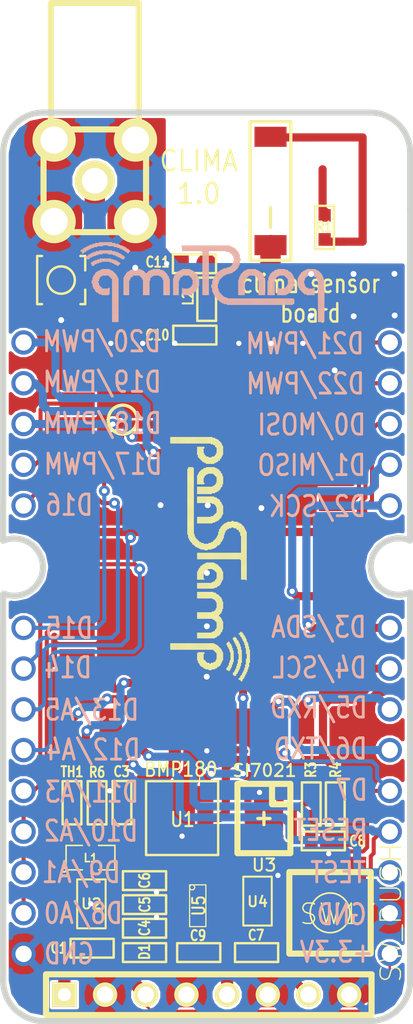
<source format=kicad_pcb>
(kicad_pcb (version 4) (host pcbnew "(2014-jul-16 BZR unknown)-product")
  (title_block (title "USB carrier board for panStamp, aka panStick") (date "25 Feb 2015") (rev 4.0) (company panStamp))
  (layers (0 Front signal) (1 Ground power) (2 Power power) (31 Back signal) (34 B.Paste user) (35 F.Paste user) (36 B.SilkS user) (37 F.SilkS user) (38 B.Mask user) (39 F.Mask user) (44 Edge.Cuts user))
  (net 0 "")
  (net 1 /RESET)
  (net 2 GND)
  (net 3 VCC)
  (net 4 /D0)
  (net 5 /D1)
  (net 6 /D14)
  (net 7 /D15)
  (net 8 /D16)
  (net 9 /D17)
  (net 10 /D18)
  (net 11 /D2)
  (net 12 /TEST)
  (net 13 /D12)
  (net 14 /D11)
  (net 15 /D10)
  (net 16 /D9)
  (net 17 /D8)
  (net 18 /D19)
  (net 19 /D20)
  (net 20 /D21)
  (net 21 /D22)
  (net 22 /A5)
  (net 23 /I2C_SDA)
  (net 24 /I2C_SCL)
  (net 25 +BATT)
  (net 26 +5V)
  (net 27 "Net-(L1-Pad2)")
  (net 28 /D5)
  (net 29 /D6)
  (net 30 /D7)
  (net 31 /5VOUT)
  (net 32 /TOANT)
  (net 33 /CHIP_ANT)
  (net 34 "Net-(L3-Pad2)")
  (net 35 "Net-(R1-Pad1)")
  (net 36 "Net-(D1-Pad1)")
  (module myconnectors:SMA_RightAngle_Tyco (layer Front) (at 190.33744 49.022)
    (fp_text reference ANT1 hide)
    (fp_text value ANTENNA hide)
    (pad 1 thru_hole circle (at 0 0) (size 2.49936 2.49936) (drill 1.6002) (layers *.Cu *.Mask F.SilkS) (net 32 /TOANT))
    (pad 2 thru_hole circle (at 2.54 -2.54) (size 2.70002 2.70002) (drill 1.69926) (layers *.Cu *.Mask F.SilkS) (net 2 GND))
    (pad 2 thru_hole circle (at -2.54 -2.54) (size 2.70002 2.70002) (drill 1.69926) (layers *.Cu *.Mask F.SilkS) (net 2 GND))
    (pad 2 thru_hole circle (at -2.54 2.54) (size 2.70002 2.70002) (drill 1.69926) (layers *.Cu *.Mask F.SilkS) (net 2 GND))
    (pad 2 thru_hole circle (at 2.54 2.54) (size 2.70002 2.70002) (drill 1.69926) (layers *.Cu *.Mask F.SilkS) (net 2 GND))
  )
  (module myconnectors:pin_array_1x14 (layer Front) (at 185.89 80.89 270)
    (fp_text reference P1 hide)
    (fp_text value CONN_01X14 hide)
    (pad 1 thru_hole circle (at -21.79 0 270) (size 1.524 1.524) (drill 1.016) (layers *.Cu *.Mask) (net 19 /D20))
    (pad 2 thru_hole circle (at -19.25 0 270) (size 1.524 1.524) (drill 1.016) (layers *.Cu *.Mask) (net 18 /D19))
    (pad 3 thru_hole circle (at -16.71 0 270) (size 1.524 1.524) (drill 1.016) (layers *.Cu *.Mask) (net 10 /D18))
    (pad 4 thru_hole circle (at -14.17 0 270) (size 1.524 1.524) (drill 1.016) (layers *.Cu *.Mask) (net 9 /D17))
    (pad 5 thru_hole circle (at -11.63 0 270) (size 1.524 1.524) (drill 1.016) (layers *.Cu *.Mask) (net 8 /D16))
    (pad 6 thru_hole circle (at -4.01 0 270) (size 1.524 1.524) (drill 1.016) (layers *.Cu *.Mask) (net 7 /D15))
    (pad 7 thru_hole circle (at -1.47 0 270) (size 1.524 1.524) (drill 1.016) (layers *.Cu *.Mask) (net 6 /D14))
    (pad 8 thru_hole circle (at 1.07 0 270) (size 1.524 1.524) (drill 1.016) (layers *.Cu *.Mask) (net 22 /A5))
    (pad 9 thru_hole circle (at 3.61 0 270) (size 1.524 1.524) (drill 1.016) (layers *.Cu *.Mask) (net 13 /D12))
    (pad 10 thru_hole circle (at 6.15 0 270) (size 1.524 1.524) (drill 1.016) (layers *.Cu *.Mask) (net 14 /D11))
    (pad 11 thru_hole circle (at 8.69 0 270) (size 1.524 1.524) (drill 1.016) (layers *.Cu *.Mask) (net 15 /D10))
    (pad 12 thru_hole circle (at 11.23 0 270) (size 1.524 1.524) (drill 1.016) (layers *.Cu *.Mask) (net 16 /D9))
    (pad 13 thru_hole circle (at 13.77 0 270) (size 1.524 1.524) (drill 1.016) (layers *.Cu *.Mask) (net 17 /D8))
    (pad 14 thru_hole circle (at 16.31 0 270) (size 1.524 1.524) (drill 1.016) (layers *.Cu *.Mask) (net 2 GND))
  )
  (module myconnectors:pin_array_1x14 (layer Front) (at 208.75 80.89 270)
    (fp_text reference P2 hide)
    (fp_text value CONN_01X14 hide)
    (pad 1 thru_hole circle (at -21.79 0 270) (size 1.524 1.524) (drill 1.016) (layers *.Cu *.Mask) (net 20 /D21))
    (pad 2 thru_hole circle (at -19.25 0 270) (size 1.524 1.524) (drill 1.016) (layers *.Cu *.Mask) (net 21 /D22))
    (pad 3 thru_hole circle (at -16.71 0 270) (size 1.524 1.524) (drill 1.016) (layers *.Cu *.Mask) (net 4 /D0))
    (pad 4 thru_hole circle (at -14.17 0 270) (size 1.524 1.524) (drill 1.016) (layers *.Cu *.Mask) (net 5 /D1))
    (pad 5 thru_hole circle (at -11.63 0 270) (size 1.524 1.524) (drill 1.016) (layers *.Cu *.Mask) (net 11 /D2))
    (pad 6 thru_hole circle (at -4.01 0 270) (size 1.524 1.524) (drill 1.016) (layers *.Cu *.Mask) (net 23 /I2C_SDA))
    (pad 7 thru_hole circle (at -1.47 0 270) (size 1.524 1.524) (drill 1.016) (layers *.Cu *.Mask) (net 24 /I2C_SCL))
    (pad 8 thru_hole circle (at 1.07 0 270) (size 1.524 1.524) (drill 1.016) (layers *.Cu *.Mask) (net 28 /D5))
    (pad 9 thru_hole circle (at 3.61 0 270) (size 1.524 1.524) (drill 1.016) (layers *.Cu *.Mask) (net 29 /D6))
    (pad 10 thru_hole circle (at 6.15 0 270) (size 1.524 1.524) (drill 1.016) (layers *.Cu *.Mask) (net 30 /D7))
    (pad 11 thru_hole circle (at 8.69 0 270) (size 1.524 1.524) (drill 1.016) (layers *.Cu *.Mask) (net 1 /RESET))
    (pad 12 thru_hole circle (at 11.23 0 270) (size 1.524 1.524) (drill 1.016) (layers *.Cu *.Mask) (net 12 /TEST))
    (pad 13 thru_hole circle (at 13.77 0 270) (size 1.524 1.524) (drill 1.016) (layers *.Cu *.Mask) (net 2 GND))
    (pad 14 thru_hole circle (at 16.31 0 270) (size 1.524 1.524) (drill 1.016) (layers *.Cu *.Mask) (net 3 VCC))
  )
  (module mysmd:SM0603S (layer Front) (at 192.03416 87.77224 90)
    (fp_text reference C3 (at 1.9304 -0.0254 180) (layer F.SilkS) (effects (font (size 0.635 0.508) (thickness 0.127))))
    (fp_text value 100n hide)
    (pad 2 smd rect (at 0.7493 0 90) (size 0.7874 0.762) (layers Front F.Paste F.Mask) (net 2 GND))
    (pad 1 smd rect (at -0.7493 0 90) (size 0.7874 0.762) (layers Front F.Paste F.Mask) (net 3 VCC))
  )
  (module mysmd:SM0603S (layer Front) (at 204.60208 90.15984)
    (fp_text reference C8 (at 2.1336 0.01016) (layer F.SilkS) (effects (font (size 0.635 0.508) (thickness 0.127))))
    (fp_text value 100n hide)
    (pad 2 smd rect (at 0.7493 0) (size 0.7874 0.762) (layers Front F.Paste F.Mask) (net 2 GND))
    (pad 1 smd rect (at -0.7493 0) (size 0.7874 0.762) (layers Front F.Paste F.Mask) (net 3 VCC))
  )
  (module mysmd:PANSTAMP_2 (layer Front) (at 197.3326 71.9074)
    (fp_text reference PS1 hide)
    (fp_text value PANSTAMP_NRG2 hide)
    (pad 1 smd rect (at -8.1 -9) (size 2.2 1.4) (layers Front F.Paste F.Mask) (net 9 /D17))
    (pad 2 smd rect (at -8.1 -7) (size 2.2 1.4) (layers Front F.Paste F.Mask) (net 8 /D16))
    (pad 3 smd rect (at -8.1 -5) (size 2.2 1.4) (layers Front F.Paste F.Mask) (net 7 /D15))
    (pad 4 smd rect (at -8.1 -3) (size 2.2 1.4) (layers Front F.Paste F.Mask) (net 6 /D14))
    (pad 5 smd rect (at -8.1 -1) (size 2.2 1.4) (layers Front F.Paste F.Mask) (net 22 /A5))
    (pad 6 smd rect (at -8.1 1) (size 2.2 1.4) (layers Front F.Paste F.Mask) (net 13 /D12))
    (pad 7 smd rect (at -8.1 3) (size 2.2 1.4) (layers Front F.Paste F.Mask) (net 14 /D11))
    (pad 8 smd rect (at -8.1 5) (size 2.2 1.4) (layers Front F.Paste F.Mask) (net 15 /D10))
    (pad 9 smd rect (at -8.1 7) (size 2.2 1.4) (layers Front F.Paste F.Mask) (net 16 /D9))
    (pad 10 smd rect (at -8.1 9) (size 2.2 1.4) (layers Front F.Paste F.Mask) (net 17 /D8))
    (pad 11 smd rect (at -6 11.1 90) (size 2.2 1.4) (layers Front F.Paste F.Mask) (net 12 /TEST))
    (pad 12 smd rect (at -4 11.1 90) (size 2.2 1.4) (layers Front F.Paste F.Mask) (net 1 /RESET))
    (pad 13 smd rect (at -2 11.1 90) (size 2.2 1.4) (layers Front F.Paste F.Mask) (net 3 VCC))
    (pad 14 smd rect (at 0 11.1 90) (size 2.2 1.4) (layers Front F.Paste F.Mask) (net 2 GND))
    (pad 15 smd rect (at 2 11.1 90) (size 2.2 1.4) (layers Front F.Paste F.Mask) (net 30 /D7))
    (pad 16 smd rect (at 4 11.1 90) (size 2.2 1.4) (layers Front F.Paste F.Mask) (net 29 /D6))
    (pad 17 smd rect (at 6 11.1 90) (size 2.2 1.4) (layers Front F.Paste F.Mask) (net 28 /D5))
    (pad 18 smd rect (at 8.1 9) (size 2.2 1.4) (layers Front F.Paste F.Mask) (net 24 /I2C_SCL))
    (pad 19 smd rect (at 8.1 7) (size 2.2 1.4) (layers Front F.Paste F.Mask) (net 23 /I2C_SDA))
    (pad 20 smd rect (at 8.1 5) (size 2.2 1.4) (layers Front F.Paste F.Mask) (net 11 /D2))
    (pad 21 smd rect (at 8.1 3) (size 2.2 1.4) (layers Front F.Paste F.Mask) (net 5 /D1))
    (pad 22 smd rect (at 8.1 1) (size 2.2 1.4) (layers Front F.Paste F.Mask) (net 4 /D0))
    (pad 23 smd rect (at 8.1 -1) (size 2.2 1.4) (layers Front F.Paste F.Mask) (net 21 /D22))
    (pad 24 smd rect (at 8.1 -3) (size 2.2 1.4) (layers Front F.Paste F.Mask) (net 20 /D21))
    (pad 25 smd rect (at 8.1 -5) (size 2.2 1.4) (layers Front F.Paste F.Mask) (net 19 /D20))
    (pad 26 smd rect (at 8.1 -7) (size 2.2 1.4) (layers Front F.Paste F.Mask) (net 18 /D19))
    (pad 27 smd rect (at 8.1 -9) (size 2.2 1.4) (layers Front F.Paste F.Mask) (net 10 /D18))
    (pad 28 smd rect (at 6 -11.1 90) (size 2.2 1.4) (layers Front F.Paste F.Mask) (net 2 GND))
    (pad 29 smd rect (at 4 -11.1 90) (size 2.2 1.4) (layers Front F.Paste F.Mask) (net 2 GND))
    (pad 30 smd rect (at 2 -11.1 90) (size 2.2 1.4) (layers Front F.Paste F.Mask) (net 2 GND))
    (pad 31 smd rect (at 0 -11.1 90) (size 2.2 1.4) (layers Front F.Paste F.Mask) (net 32 /TOANT))
    (pad 32 smd rect (at -2 -11.1 90) (size 2.2 1.4) (layers Front F.Paste F.Mask) (net 2 GND))
    (pad 33 smd rect (at -4 -11.1 90) (size 2.2 1.4) (layers Front F.Paste F.Mask) (net 2 GND))
    (pad 34 smd rect (at -6 -11.1 90) (size 2.2 1.4) (layers Front F.Paste F.Mask) (net 2 GND))
  )
  (module mysmd:SM0603S (layer Front) (at 203.85024 87.8586 90)
    (fp_text reference R3 (at 2.1316 -0.0274 90) (layer F.SilkS) (effects (font (size 0.635 0.508) (thickness 0.127))))
    (fp_text value 10k hide)
    (pad 2 smd rect (at 0.7493 0 90) (size 0.7874 0.762) (layers Front F.Paste F.Mask) (net 23 /I2C_SDA))
    (pad 1 smd rect (at -0.7493 0 90) (size 0.7874 0.762) (layers Front F.Paste F.Mask) (net 3 VCC))
  )
  (module mysmd:SM0603S (layer Front) (at 205.34884 87.8586 90)
    (fp_text reference R4 (at 2.1316 0.0274 90) (layer F.SilkS) (effects (font (size 0.635 0.508) (thickness 0.127))))
    (fp_text value 10k hide)
    (pad 2 smd rect (at 0.7493 0 90) (size 0.7874 0.762) (layers Front F.Paste F.Mask) (net 24 /I2C_SCL))
    (pad 1 smd rect (at -0.7493 0 90) (size 0.7874 0.762) (layers Front F.Paste F.Mask) (net 3 VCC))
  )
  (module mysmd:SM0603S (layer Front) (at 190.47968 87.7824 90)
    (fp_text reference R6 (at 1.905 0 180) (layer F.SilkS) (effects (font (size 0.635 0.508) (thickness 0.127))))
    (fp_text value 10k hide)
    (pad 2 smd rect (at 0.7493 0 90) (size 0.7874 0.762) (layers Front F.Paste F.Mask) (net 2 GND))
    (pad 1 smd rect (at -0.7493 0 90) (size 0.7874 0.762) (layers Front F.Paste F.Mask) (net 22 /A5))
  )
  (module mysmd:SM0603S (layer Front) (at 188.91504 87.7824 90)
    (fp_text reference TH1 (at 1.9304 0 180) (layer F.SilkS) (effects (font (size 0.635 0.508) (thickness 0.127))))
    (fp_text value THERMISTOR hide)
    (pad 2 smd rect (at 0.7493 0 90) (size 0.7874 0.762) (layers Front F.Paste F.Mask) (net 21 /D22))
    (pad 1 smd rect (at -0.7493 0 90) (size 0.7874 0.762) (layers Front F.Paste F.Mask) (net 22 /A5))
  )
  (module mysmd:BMP180 (layer Front) (at 195.78828 88.73744 270)
    (fp_text reference U1 (at 0.09144 -0.0254 360) (layer F.SilkS) (effects (font (size 0.889 0.762) (thickness 0.127))))
    (fp_text value BMP180 (at -3.03784 0.08128 360) (layer F.SilkS) (effects (font (size 0.889 0.762) (thickness 0.127))))
    (pad 3 smd rect (at 1.5 1.45 270) (size 1 1) (layers Front F.Paste F.Mask) (net 3 VCC))
    (pad 2 smd rect (at 0 1.45 270) (size 1 1) (layers Front F.Paste F.Mask) (net 3 VCC))
    (pad 1 smd rect (at -1.5 1.45 270) (size 1 1) (layers Front F.Paste F.Mask))
    (pad 6 smd rect (at -1.5 -1.45 270) (size 1 1) (layers Front F.Paste F.Mask) (net 23 /I2C_SDA))
    (pad 5 smd rect (at 0 -1.45 270) (size 1 1) (layers Front F.Paste F.Mask) (net 24 /I2C_SCL))
    (pad 4 smd rect (at 1.5 -1.45 270) (size 1 1) (layers Front F.Paste F.Mask))
    (pad 7 smd rect (at -1.5 0 270) (size 1 1) (layers Front F.Paste F.Mask) (net 2 GND))
  )
  (module mysmd:DFN-6 (layer Front) (at 200.89368 88.76284 180)
    (fp_text reference U3 (at -0.0127 -2.90576 360) (layer F.SilkS) (effects (font (size 0.762 0.762) (thickness 0.127))))
    (fp_text value SI7021 (at -0.0381 2.99212 180) (layer F.SilkS) (effects (font (size 0.762 0.762) (thickness 0.127))))
    (pad 6 smd rect (at -1 -1.625 180) (size 0.45 1.2) (layers Front F.Paste F.Mask) (net 24 /I2C_SCL))
    (pad 5 smd rect (at 0 -1.625 180) (size 0.45 1.2) (layers Front F.Paste F.Mask) (net 3 VCC))
    (pad 4 smd rect (at 1 -1.625 180) (size 0.45 1.2) (layers Front F.Paste F.Mask))
    (pad 3 smd rect (at 1 1.625 180) (size 0.45 1.2) (layers Front F.Paste F.Mask))
    (pad 2 smd rect (at 0 1.625 180) (size 0.45 1.2) (layers Front F.Paste F.Mask) (net 2 GND))
    (pad 1 smd rect (at -1 1.625 180) (size 0.45 1.2) (layers Front F.Paste F.Mask) (net 23 /I2C_SDA))
    (pad 7 smd rect (at 0 0 180) (size 2.4 1.5) (layers Front F.Paste F.Mask))
  )
  (module mysmd:SM0603S (layer Front) (at 190.1698 96.84512)
    (fp_text reference C1 (at -2.0828 0) (layer F.SilkS) (effects (font (size 0.635 0.508) (thickness 0.127))))
    (fp_text value 10u hide)
    (pad 2 smd rect (at 0.7493 0) (size 0.7874 0.762) (layers Front F.Paste F.Mask) (net 2 GND))
    (pad 1 smd rect (at -0.7493 0) (size 0.7874 0.762) (layers Front F.Paste F.Mask) (net 25 +BATT))
  )
  (module mysmd:SM0603S (layer Front) (at 193.44132 95.60306)
    (fp_text reference C4 (at 0.00762 -0.01778 270) (layer F.SilkS) (effects (font (size 0.635 0.508) (thickness 0.127))))
    (fp_text value 10u hide)
    (pad 2 smd rect (at 0.7493 0) (size 0.7874 0.762) (layers Front F.Paste F.Mask) (net 2 GND))
    (pad 1 smd rect (at -0.7493 0) (size 0.7874 0.762) (layers Front F.Paste F.Mask) (net 3 VCC))
  )
  (module mysmd:SM0603S (layer Front) (at 193.44132 94.12732)
    (fp_text reference C5 (at 0.02286 -0.00508 90) (layer F.SilkS) (effects (font (size 0.635 0.508) (thickness 0.127))))
    (fp_text value 1u hide)
    (pad 2 smd rect (at 0.7493 0) (size 0.7874 0.762) (layers Front F.Paste F.Mask) (net 2 GND))
    (pad 1 smd rect (at -0.7493 0) (size 0.7874 0.762) (layers Front F.Paste F.Mask) (net 3 VCC))
  )
  (module mysmd:SM0603S (layer Front) (at 193.44132 92.6338)
    (fp_text reference C6 (at 0.00762 -0.0127 90) (layer F.SilkS) (effects (font (size 0.635 0.508) (thickness 0.127))))
    (fp_text value 100n hide)
    (pad 2 smd rect (at 0.7493 0) (size 0.7874 0.762) (layers Front F.Paste F.Mask) (net 2 GND))
    (pad 1 smd rect (at -0.7493 0) (size 0.7874 0.762) (layers Front F.Paste F.Mask) (net 3 VCC))
  )
  (module mysmd:SM0603S (layer Front) (at 200.43648 97.1169)
    (fp_text reference C7 (at -0.03302 -1.08204 180) (layer F.SilkS) (effects (font (size 0.635 0.508) (thickness 0.127))))
    (fp_text value 100n hide)
    (pad 2 smd rect (at 0.7493 0) (size 0.7874 0.762) (layers Front F.Paste F.Mask) (net 2 GND))
    (pad 1 smd rect (at -0.7493 0) (size 0.7874 0.762) (layers Front F.Paste F.Mask) (net 26 +5V))
  )
  (module mysmd:SM0603S (layer Front) (at 196.8246 97.1169 180)
    (fp_text reference C9 (at 0.04572 1.05918 360) (layer F.SilkS) (effects (font (size 0.635 0.508) (thickness 0.127))))
    (fp_text value 10u hide)
    (pad 2 smd rect (at 0.7493 0 180) (size 0.7874 0.762) (layers Front F.Paste F.Mask) (net 2 GND))
    (pad 1 smd rect (at -0.7493 0 180) (size 0.7874 0.762) (layers Front F.Paste F.Mask) (net 26 +5V))
  )
  (module libcms:SOT23-5 (layer Front) (at 200.4949 93.90888 90)
    (fp_text reference U4 (at -0.03556 0 180) (layer F.SilkS) (effects (font (size 0.635 0.635) (thickness 0.127))))
    (fp_text value M74VHC1GT08 hide)
    (pad 1 smd rect (at -0.9525 1.27 90) (size 0.508 0.762) (layers Front F.Paste F.Mask) (net 30 /D7))
    (pad 3 smd rect (at 0.9525 1.27 90) (size 0.508 0.762) (layers Front F.Paste F.Mask) (net 2 GND))
    (pad 5 smd rect (at -0.9525 -1.27 90) (size 0.508 0.762) (layers Front F.Paste F.Mask) (net 26 +5V))
    (pad 2 smd rect (at 0 1.27 90) (size 0.508 0.762) (layers Front F.Paste F.Mask) (net 30 /D7))
    (pad 4 smd rect (at 0.9525 -1.27 90) (size 0.508 0.762) (layers Front F.Paste F.Mask) (net 31 /5VOUT))
  )
  (module libcms:SOT23 (layer Front) (at 196.76364 94.22892 270)
    (fp_text reference U5 (at -0.03048 -0.06604 450) (layer F.SilkS) (effects (font (size 0.762 0.635) (thickness 0.127))))
    (fp_text value MCP1702 hide)
    (pad 3 smd rect (at 0 -1.09982 270) (size 0.8001 1.00076) (layers Front F.Paste F.Mask) (net 26 +5V))
    (pad 2 smd rect (at 0.9525 1.09982 270) (size 0.8001 1.00076) (layers Front F.Paste F.Mask) (net 36 "Net-(D1-Pad1)"))
    (pad 1 smd rect (at -0.9525 1.09982 270) (size 0.8001 1.00076) (layers Front F.Paste F.Mask) (net 2 GND))
  )
  (module myconnectors:PIN_ARRAY_8X1 (layer Front) (at 197.32752 99.74072)
    (fp_text reference P3 hide)
    (fp_text value CONN_8 hide)
    (pad 1 thru_hole rect (at -8.89 0) (size 1.524 1.524) (drill 0.8128) (layers *.Cu *.Mask F.SilkS) (net 25 +BATT))
    (pad 2 thru_hole circle (at -6.35 0) (size 1.524 1.524) (drill 1.016) (layers *.Cu *.Mask F.SilkS) (net 2 GND))
    (pad 3 thru_hole circle (at -3.81 0) (size 1.524 1.524) (drill 1.016) (layers *.Cu *.Mask F.SilkS) (net 3 VCC))
    (pad 4 thru_hole circle (at -1.27 0) (size 1.524 1.524) (drill 1.016) (layers *.Cu *.Mask F.SilkS) (net 2 GND))
    (pad 5 thru_hole circle (at 1.27 0) (size 1.524 1.524) (drill 1.016) (layers *.Cu *.Mask F.SilkS) (net 26 +5V))
    (pad 6 thru_hole circle (at 3.81 0) (size 1.524 1.524) (drill 1.016) (layers *.Cu *.Mask F.SilkS) (net 2 GND))
    (pad 7 thru_hole circle (at 6.35 0) (size 1.524 1.524) (drill 1.016) (layers *.Cu *.Mask F.SilkS) (net 31 /5VOUT))
    (pad 8 thru_hole circle (at 8.89 0) (size 1.524 1.524) (drill 1.016) (layers *.Cu *.Mask F.SilkS) (net 2 GND))
  )
  (module libcms:SM0805 (layer Front) (at 190.0682 91.20124)
    (fp_text reference L1 (at 0.01524 0.02032) (layer F.SilkS) (effects (font (size 0.50038 0.50038) (thickness 0.10922))))
    (fp_text value 4.7u hide)
    (pad 1 smd rect (at -0.9525 0) (size 0.889 1.397) (layers Front F.Paste F.Mask) (net 25 +BATT))
    (pad 2 smd rect (at 0.9525 0) (size 0.889 1.397) (layers Front F.Paste F.Mask) (net 27 "Net-(L1-Pad2)"))
  )
  (module libcms:SOT23-5 (layer Front) (at 190.12408 94.0816 270)
    (fp_text reference U2 (at 0 0 360) (layer F.SilkS) (effects (font (size 0.635 0.635) (thickness 0.127))))
    (fp_text value MAX1724 hide)
    (pad 1 smd rect (at -0.9525 1.27 270) (size 0.508 0.762) (layers Front F.Paste F.Mask) (net 25 +BATT))
    (pad 3 smd rect (at 0.9525 1.27 270) (size 0.508 0.762) (layers Front F.Paste F.Mask) (net 25 +BATT))
    (pad 5 smd rect (at -0.9525 -1.27 270) (size 0.508 0.762) (layers Front F.Paste F.Mask) (net 27 "Net-(L1-Pad2)"))
    (pad 2 smd rect (at 0 1.27 270) (size 0.508 0.762) (layers Front F.Paste F.Mask) (net 2 GND))
    (pad 4 smd rect (at 0.9525 -1.27 270) (size 0.508 0.762) (layers Front F.Paste F.Mask) (net 3 VCC))
  )
  (module mysmd:0868AT43A0020 (layer Front) (at 201.30516 49.657 90)
    (fp_text reference L3 hide)
    (fp_text value ANTENNA hide)
    (pad 1 smd rect (at -3.375 0 90) (size 1.25 2) (layers Front F.Paste F.Mask) (net 33 /CHIP_ANT))
    (pad 2 smd rect (at 3.375 0 90) (size 1.25 2) (layers Front F.Paste F.Mask) (net 34 "Net-(L3-Pad2)"))
  )
  (module mysmd:SM0603S (layer Front) (at 196.58076 58.63844 180)
    (fp_text reference C10 (at 2.3368 0 180) (layer F.SilkS) (effects (font (size 0.635 0.508) (thickness 0.127))))
    (fp_text value 3.9p hide)
    (pad 2 smd rect (at 0.7493 0 180) (size 0.7874 0.762) (layers Front F.Paste F.Mask) (net 2 GND))
    (pad 1 smd rect (at -0.7493 0 180) (size 0.7874 0.762) (layers Front F.Paste F.Mask) (net 32 /TOANT))
  )
  (module mysmd:SM0603S (layer Front) (at 196.56044 54.19344 180)
    (fp_text reference C11 (at 2.30632 0.10668 180) (layer F.SilkS) (effects (font (size 0.635 0.508) (thickness 0.127))))
    (fp_text value 0.3p hide)
    (pad 2 smd rect (at 0.7493 0 180) (size 0.7874 0.762) (layers Front F.Paste F.Mask) (net 2 GND))
    (pad 1 smd rect (at -0.7493 0 180) (size 0.7874 0.762) (layers Front F.Paste F.Mask) (net 33 /CHIP_ANT))
  )
  (module mysmd:SM0603S (layer Front) (at 197.32244 56.40324 90)
    (fp_text reference L2 (at 0.0635 -1.1557 90) (layer F.SilkS) (effects (font (size 0.635 0.508) (thickness 0.127))))
    (fp_text value 18n hide)
    (pad 2 smd rect (at 0.7493 0 90) (size 0.7874 0.762) (layers Front F.Paste F.Mask) (net 33 /CHIP_ANT))
    (pad 1 smd rect (at -0.7493 0 90) (size 0.7874 0.762) (layers Front F.Paste F.Mask) (net 32 /TOANT))
  )
  (module mysmd:SM0603S (layer Front) (at 204.68336 51.92776 270)
    (fp_text reference R1 (at -0.02032 0.02032 360) (layer F.SilkS) (effects (font (size 0.635 0.508) (thickness 0.127))))
    (fp_text value 0 hide)
    (pad 2 smd rect (at 0.7493 0 270) (size 0.7874 0.762) (layers Front F.Paste F.Mask) (net 34 "Net-(L3-Pad2)"))
    (pad 1 smd rect (at -0.7493 0 270) (size 0.7874 0.762) (layers Front F.Paste F.Mask) (net 35 "Net-(R1-Pad1)"))
  )
  (module mymods:PANSTAMPLOGO (layer Front) (at 200.3298 64.98844 270)
    (fp_text reference G*** hide)
    (fp_text value PANSTAMPLOGO hide)
  )
  (module old_mymods:PANSTAMPLOGO (layer Back) (at 204.6732 52.54244 180)
    (fp_text reference G*** hide)
    (fp_text value PANSTAMPLOGO hide)
  )
  (module myconnectors:U.FL_CONN (layer Front) (at 188.2394 55.20944)
    (fp_text reference ANT2 hide)
    (fp_text value ANTENNA hide)
    (pad 2 smd rect (at 0 -1.475) (size 2.2 1.05) (layers Front F.Paste F.Mask) (net 2 GND))
    (pad 2 smd rect (at 0 1.475) (size 2.2 1.05) (layers Front F.Paste F.Mask) (net 2 GND))
    (pad 1 smd rect (at 1.55 0) (size 1.05 1) (layers Front F.Paste F.Mask) (net 32 /TOANT))
  )
  (module mysmd:SM0603S (layer Front) (at 193.44132 97.1169 180)
    (fp_text reference D1 (at 0 0.04826 450) (layer F.SilkS) (effects (font (size 0.635 0.508) (thickness 0.127))))
    (fp_text value SD0603S040S0R2 hide)
    (pad 2 smd rect (at 0.7493 0 180) (size 0.7874 0.762) (layers Front F.Paste F.Mask) (net 3 VCC))
    (pad 1 smd rect (at -0.7493 0 180) (size 0.7874 0.762) (layers Front F.Paste F.Mask) (net 36 "Net-(D1-Pad1)"))
  )
  (module mysmd:switch-tact-noah (layer Front) (at 205.02118 94.6404 90)
    (fp_text reference SW1 (at -0.07366 0 180) (layer F.SilkS) (effects (font (size 1.27 1.27) (thickness 0.0889))))
    (fp_text value SW_PUSH (at 0 3.81 90) (layer F.SilkS) (effects (font (size 1.27 1.27) (thickness 0.0889))))
    (pad 1 smd rect (at -2.49936 -1.75006 90) (size 1.99898 1.00076) (layers Front F.Paste F.Mask) (net 1 /RESET))
    (pad 3 smd rect (at 2.49936 -1.75006 90) (size 1.99898 1.00076) (layers Front F.Paste F.Mask))
    (pad 2 smd rect (at -2.49936 1.75006 90) (size 1.99898 1.00076) (layers Front F.Paste F.Mask) (net 2 GND))
    (pad 4 smd rect (at 2.49936 1.75006 90) (size 1.99898 1.00076) (layers Front F.Paste F.Mask))
  )
  (gr_line (start 184.6199 74.7776) (end 184.62244 74.7776) (angle 90) (layer Edge.Cuts) (width 0.381))
  (gr_line (start 184.6199 98.88474) (end 184.6199 74.7776) (angle 90) (layer Edge.Cuts) (width 0.381))
  (gr_arc (start 185.31586 73.09612) (end 184.62244 71.45528) (angle 225) (layer Edge.Cuts) (width 0.381))
  (gr_line (start 184.61736 71.45528) (end 184.61482 71.45528) (angle 90) (layer Edge.Cuts) (width 0.381))
  (gr_line (start 184.61736 69.33184) (end 184.61736 71.45528) (angle 90) (layer Edge.Cuts) (width 0.381))
  (gr_arc (start 209.3214 73.06056) (end 209.99958 74.68362) (angle 225) (layer Edge.Cuts) (width 0.381))
  (gr_line (start 210.0199 71.44258) (end 210.01482 71.44258) (angle 90) (layer Edge.Cuts) (width 0.381))
  (gr_line (start 210.0199 69.3166) (end 210.0199 71.44258) (angle 90) (layer Edge.Cuts) (width 0.381))
  (gr_line (start 210.0199 74.67346) (end 210.02498 74.67346) (angle 90) (layer Edge.Cuts) (width 0.381))
  (gr_line (start 210.0199 76.79436) (end 210.0199 74.67346) (angle 90) (layer Edge.Cuts) (width 0.381))
  (gr_line (start 210.01736 74.67092) (end 210.02244 74.67092) (angle 90) (layer Edge.Cuts) (width 0.381))
  (gr_line (start 210.01228 76.8604) (end 210.01736 76.8604) (angle 90) (layer Edge.Cuts) (width 0.381))
  (gr_line (start 210.01736 71.45528) (end 210.01228 71.45528) (angle 90) (layer Edge.Cuts) (width 0.381))
  (gr_line (start 207.51 101.38) (end 187.08 101.38) (angle 90) (layer Edge.Cuts) (width 0.381))
  (gr_line (start 184.62 77.35) (end 184.62 76.86) (angle 90) (layer Edge.Cuts) (width 0.381))
  (gr_line (start 184.62 69.3) (end 184.61 69.3) (angle 90) (layer Edge.Cuts) (width 0.381))
  (gr_line (start 184.62 68.78) (end 184.62 69.3) (angle 90) (layer Edge.Cuts) (width 0.381))
  (gr_line (start 210.02 68.85) (end 210.02 69.32) (angle 90) (layer Edge.Cuts) (width 0.381))
  (gr_line (start 210.02 77.38) (end 210.02 76.8) (angle 90) (layer Edge.Cuts) (width 0.381))
  (gr_line (start 210.02 57.94) (end 210.02 68.83) (angle 90) (layer Edge.Cuts) (width 0.381))
  (gr_line (start 210.02 77.79) (end 210.02 77.39) (angle 90) (layer Edge.Cuts) (width 0.381))
  (gr_line (start 184.62 68.81) (end 184.63 68.81) (angle 90) (layer Edge.Cuts) (width 0.381))
  (gr_line (start 184.62 57.96) (end 184.62 68.81) (angle 90) (layer Edge.Cuts) (width 0.381))
  (gr_line (start 184.62 77.84) (end 184.62 77.36) (angle 90) (layer Edge.Cuts) (width 0.381))
  (gr_line (start 184.62 50.28) (end 184.62 47.28) (angle 90) (layer Edge.Cuts) (width 0.381))
  (gr_line (start 210.02 47.28) (end 210.02 50.22) (angle 90) (layer Edge.Cuts) (width 0.381))
  (gr_line (start 210.02 98.5) (end 210.02 77.81) (angle 90) (layer Edge.Cuts) (width 0.381))
  (gr_line (start 184.62 77.87) (end 184.62 98.97) (angle 90) (layer Edge.Cuts) (width 0.381))
  (gr_text "CLIMA\n1.0" (at 196.8246 48.80864) (layer F.SilkS) (effects (font (size 1.27 1.143) (thickness 0.1524))))
  (gr_text "clima sensor\nboard" (at 203.79944 56.35244) (layer F.SilkS) (effects (font (size 1.143 0.889) (thickness 0.1524))))
  (gr_line (start 210.02 50.3) (end 210.02 50.84) (angle 90) (layer Edge.Cuts) (width 0.381))
  (gr_line (start 184.62 50.3) (end 184.62 50.79) (angle 90) (layer Edge.Cuts) (width 0.381))
  (gr_line (start 184.62 98.61) (end 184.62 98.93) (angle 90) (layer Edge.Cuts) (width 0.381))
  (gr_line (start 210.02 98.93) (end 210.01 98.93) (angle 90) (layer Edge.Cuts) (width 0.381))
  (gr_line (start 210.02 98.52) (end 210.02 98.93) (angle 90) (layer Edge.Cuts) (width 0.381))
  (gr_line (start 184.62 57.94) (end 184.62 50.78) (angle 90) (layer Edge.Cuts) (width 0.381))
  (gr_line (start 210.02 50.8) (end 210.01 50.8) (angle 90) (layer Edge.Cuts) (width 0.381))
  (gr_line (start 210.02 57.94) (end 210.02 50.8) (angle 90) (layer Edge.Cuts) (width 0.381))
  (gr_line (start 187.15 44.77) (end 207.51 44.77) (angle 90) (layer Edge.Cuts) (width 0.381))
  (gr_arc (start 207.53 47.26) (end 207.53 44.77) (angle 90) (layer Edge.Cuts) (width 0.381))
  (gr_arc (start 187.12 47.27) (end 184.62 47.27) (angle 90) (layer Edge.Cuts) (width 0.381))
  (gr_arc (start 207.52 98.88) (end 210.02 98.88) (angle 90) (layer Edge.Cuts) (width 0.381))
  (gr_arc (start 187.12 98.88) (end 187.12 101.38) (angle 90) (layer Edge.Cuts) (width 0.381))
  (gr_text D18/PWM (at 190.81532 64.14316) (layer B.SilkS) (effects (font (size 1.27 1.016) (thickness 0.1778)) (justify mirror)))
  (gr_text D10/A2 (at 190.09532 89.54316) (layer B.SilkS) (effects (font (size 1.27 1.016) (thickness 0.1778)) (justify mirror)))
  (gr_text D21/PWM (at 203.45532 59.17316) (layer B.SilkS) (effects (font (size 1.27 1.016) (thickness 0.1778)) (justify mirror)))
  (gr_text GND (at 188.73532 97.19316) (layer B.SilkS) (effects (font (size 1.27 1.016) (thickness 0.1778)) (justify mirror)))
  (gr_text D2/SCK (at 204.23532 69.31316) (layer B.SilkS) (effects (font (size 1.27 1.016) (thickness 0.1778)) (justify mirror)))
  (gr_text GND (at 205.75016 94.74962) (layer B.SilkS) (effects (font (size 1.27 1.016) (thickness 0.1778)) (justify mirror)))
  (gr_text D7 (at 206.36532 86.99316) (layer B.SilkS) (effects (font (size 1.27 1.016) (thickness 0.1778)) (justify mirror)))
  (gr_text D6/TXD (at 204.42532 84.42316) (layer B.SilkS) (effects (font (size 1.27 1.016) (thickness 0.1778)) (justify mirror)))
  (gr_text RESET (at 205.04532 89.49316) (layer B.SilkS) (effects (font (size 1.27 1.016) (thickness 0.1778)) (justify mirror)))
  (gr_text D5/RXD (at 204.31532 81.86316) (layer B.SilkS) (effects (font (size 1.27 1.016) (thickness 0.1778)) (justify mirror)))
  (gr_text D22/PWM (at 203.48532 61.67316) (layer B.SilkS) (effects (font (size 1.27 1.016) (thickness 0.1778)) (justify mirror)))
  (gr_text D3/SDA (at 204.31532 76.84316) (layer B.SilkS) (effects (font (size 1.27 1.016) (thickness 0.1778)) (justify mirror)))
  (gr_text D4/SCL (at 204.36532 79.37316) (layer B.SilkS) (effects (font (size 1.27 1.016) (thickness 0.1778)) (justify mirror)))
  (gr_text D1/MISO (at 203.87532 66.75316) (layer B.SilkS) (effects (font (size 1.27 1.016) (thickness 0.1778)) (justify mirror)))
  (gr_text D0/MOSI (at 203.87532 64.23316) (layer B.SilkS) (effects (font (size 1.27 1.016) (thickness 0.1778)) (justify mirror)))
  (gr_text D16 (at 188.73532 69.23316) (layer B.SilkS) (effects (font (size 1.27 1.016) (thickness 0.1778)) (justify mirror)))
  (gr_text D15 (at 188.73532 76.90316) (layer B.SilkS) (effects (font (size 1.27 1.016) (thickness 0.1778)) (justify mirror)))
  (gr_text D12/A4 (at 190.23532 84.48316) (layer B.SilkS) (effects (font (size 1.27 1.016) (thickness 0.1778)) (justify mirror)))
  (gr_text D13/A5 (at 190.15532 82.00316) (layer B.SilkS) (effects (font (size 1.27 1.016) (thickness 0.1778)) (justify mirror)))
  (gr_text D19/PWM (at 190.79532 61.56316) (layer B.SilkS) (effects (font (size 1.27 1.016) (thickness 0.1778)) (justify mirror)))
  (gr_text D14 (at 188.66532 79.36316) (layer B.SilkS) (effects (font (size 1.27 1.016) (thickness 0.1778)) (justify mirror)))
  (gr_text D17/PWM (at 190.85532 66.68316) (layer B.SilkS) (effects (font (size 1.27 1.016) (thickness 0.1778)) (justify mirror)))
  (gr_text D11/A3 (at 190.14532 87.11316) (layer B.SilkS) (effects (font (size 1.27 1.016) (thickness 0.1778)) (justify mirror)))
  (gr_text D8/A0 (at 189.61532 94.67316) (layer B.SilkS) (effects (font (size 1.27 1.016) (thickness 0.1778)) (justify mirror)))
  (gr_text D9/A1 (at 189.48532 92.12316) (layer B.SilkS) (effects (font (size 1.27 1.016) (thickness 0.1778)) (justify mirror)))
  (gr_text D20/PWM (at 190.76532 59.04316) (layer B.SilkS) (effects (font (size 1.27 1.016) (thickness 0.1778)) (justify mirror)))
  (gr_text TEST (at 205.52532 92.13316) (layer B.SilkS) (effects (font (size 1.27 1.016) (thickness 0.1778)) (justify mirror)))
  (gr_text +3.3V (at 205.42532 97.09316) (layer B.SilkS) (effects (font (size 1.27 1.016) (thickness 0.1778)) (justify mirror)))
  (segment (start 196.4944 87.03056) (end 196.4944 87.69096) (width 0.508) (layer Back) (net 1))
  (segment (start 203.49972 89.09812) (end 203.850238 89.448638) (width 0.508) (layer Back) (net 1))
  (segment (start 203.49972 88.40724) (end 203.49972 89.09812) (width 0.508) (layer Back) (net 1))
  (segment (start 203.10348 88.011) (end 203.49972 88.40724) (width 0.508) (layer Back) (net 1))
  (segment (start 196.81444 88.011) (end 203.10348 88.011) (width 0.508) (layer Back) (net 1))
  (segment (start 196.4944 87.69096) (end 196.81444 88.011) (width 0.508) (layer Back) (net 1))
  (segment (start 196.4944 86.13648) (end 196.4944 87.03056) (width 0.508) (layer Back) (net 1))
  (segment (start 207.609438 89.448638) (end 207.7408 89.58) (width 0.508) (layer Back) (net 1))
  (segment (start 203.850238 89.448638) (end 207.609438 89.448638) (width 0.508) (layer Back) (net 1))
  (segment (start 193.3326 84.50376) (end 193.69532 84.86648) (width 0.508) (layer Front) (net 1))
  (via (at 193.69532 84.86648) (size 0.6858) (layers Front Back) (net 1))
  (segment (start 193.69532 84.86648) (end 193.74104 84.9122) (width 0.508) (layer Back) (net 1))
  (segment (start 193.74104 84.9122) (end 196.02704 84.9122) (width 0.508) (layer Back) (net 1))
  (segment (start 196.02704 84.9122) (end 196.4944 85.37956) (width 0.508) (layer Back) (net 1))
  (segment (start 196.4944 85.37956) (end 196.4944 86.13648) (width 0.508) (layer Back) (net 1))
  (segment (start 207.7408 89.58) (end 208.75 89.58) (width 0.508) (layer Back) (net 1))
  (segment (start 193.3326 83.0074) (end 193.3326 84.50376) (width 0.508) (layer Front) (net 1))
  (segment (start 203.27112 95.3262) (end 203.27112 97.13976) (width 0.254) (layer Front) (net 1))
  (segment (start 207.56372 91.1098) (end 207.56372 93.95206) (width 0.254) (layer Front) (net 1))
  (segment (start 207.746602 90.926918) (end 207.56372 91.1098) (width 0.254) (layer Front) (net 1))
  (segment (start 207.746602 90.05316) (end 207.746602 90.926918) (width 0.254) (layer Front) (net 1))
  (segment (start 208.219762 89.58) (end 207.746602 90.05316) (width 0.254) (layer Front) (net 1))
  (segment (start 208.75 89.58) (end 208.219762 89.58) (width 0.254) (layer Front) (net 1))
  (segment (start 203.27112 94.498162) (end 203.454 94.315282) (width 0.254) (layer Front) (net 1))
  (segment (start 203.454 94.315282) (end 207.200498 94.315282) (width 0.254) (layer Front) (net 1))
  (segment (start 207.200498 94.315282) (end 207.56372 93.95206) (width 0.254) (layer Front) (net 1))
  (segment (start 203.27112 95.3262) (end 203.27112 94.498162) (width 0.254) (layer Front) (net 1))
  (segment (start 205.35138 90.15984) (end 205.35138 90.54084) (width 0.508) (layer Front) (net 2))
  (segment (start 205.35138 90.54084) (end 204.9399 90.95232) (width 0.508) (layer Front) (net 2))
  (via (at 204.9399 90.95232) (size 0.6858) (layers Front Back) (net 2))
  (segment (start 201.7649 92.95638) (end 201.7649 92.31376) (width 0.508) (layer Front) (net 2))
  (via (at 201.76998 92.30868) (size 0.6858) (layers Front Back) (net 2))
  (segment (start 201.7649 92.31376) (end 201.76998 92.30868) (width 0.508) (layer Front) (net 2))
  (segment (start 206.77124 97.13976) (end 206.77124 99.187) (width 0.762) (layer Front) (net 2))
  (segment (start 206.77124 99.187) (end 206.21752 99.74072) (width 0.762) (layer Front) (net 2))
  (segment (start 201.18578 97.1169) (end 201.18578 99.69246) (width 0.762) (layer Front) (net 2))
  (segment (start 201.18578 99.69246) (end 201.13752 99.74072) (width 0.762) (layer Front) (net 2))
  (via (at 194.19062 94.9071) (size 0.6858) (layers Front Back) (net 2))
  (segment (start 194.19062 94.9071) (end 194.18808 94.9071) (width 0.508) (layer Back) (net 2))
  (via (at 194.19062 93.35516) (size 0.6858) (layers Front Back) (net 2))
  (segment (start 194.19062 93.35516) (end 194.20332 93.35516) (width 0.508) (layer Back) (net 2))
  (segment (start 196.0753 97.1169) (end 196.0753 99.72294) (width 0.762) (layer Front) (net 2))
  (segment (start 196.0753 99.72294) (end 196.05752 99.74072) (width 0.762) (layer Front) (net 2))
  (segment (start 197.3834 69.2404) (end 194.44716 69.2404) (width 0.762) (layer Front) (net 2))
  (via (at 194.44208 69.23532) (size 0.8763) (drill 0.3683) (layers Front Back) (net 2))
  (segment (start 194.44716 69.2404) (end 194.44208 69.23532) (width 0.762) (layer Front) (net 2))
  (segment (start 197.3326 84.54644) (end 197.3326 79.9338) (width 0.762) (layer Back) (net 2))
  (via (at 197.3326 84.54644) (size 0.6858) (layers Front Back) (net 2))
  (segment (start 197.3326 83.0074) (end 197.3326 84.54644) (width 0.762) (layer Front) (net 2))
  (via (at 200.7362 69.4182) (size 0.8763) (drill 0.3683) (layers Front Back) (net 2))
  (segment (start 197.5612 69.4182) (end 200.7362 69.4182) (width 0.762) (layer Back) (net 2))
  (segment (start 197.3834 69.2404) (end 197.5612 69.4182) (width 0.762) (layer Back) (net 2))
  (via (at 197.3834 69.2404) (size 0.8763) (drill 0.3683) (layers Front Back) (net 2))
  (segment (start 197.3834 73.406) (end 197.3834 69.2404) (width 0.762) (layer Front) (net 2))
  (segment (start 197.3326 73.4568) (end 197.3834 73.406) (width 0.762) (layer Front) (net 2))
  (via (at 197.3326 73.4568) (size 0.8763) (drill 0.3683) (layers Front Back) (net 2))
  (segment (start 197.3326 76.7842) (end 197.3326 73.4568) (width 0.762) (layer Back) (net 2))
  (via (at 197.3326 76.7842) (size 0.8763) (drill 0.3683) (layers Front Back) (net 2))
  (segment (start 197.3326 79.91348) (end 197.3326 76.7842) (width 0.762) (layer Front) (net 2))
  (segment (start 197.32244 79.92364) (end 197.3326 79.91348) (width 0.762) (layer Front) (net 2))
  (via (at 197.32244 79.92364) (size 0.8763) (drill 0.3683) (layers Front Back) (net 2))
  (segment (start 197.3326 79.9338) (end 197.32244 79.92364) (width 0.762) (layer Back) (net 2))
  (segment (start 203.3326 60.8074) (end 205.2826 60.8074) (width 0.762) (layer Front) (net 2))
  (via (at 205.3082 60.833) (size 0.8763) (drill 0.3683) (layers Front Back) (net 2))
  (segment (start 205.2826 60.8074) (end 205.3082 60.833) (width 0.762) (layer Front) (net 2))
  (segment (start 203.327 59.15152) (end 203.327 57.93232) (width 0.762) (layer Back) (net 2))
  (segment (start 203.3326 59.15712) (end 203.327 59.15152) (width 0.762) (layer Front) (net 2))
  (via (at 203.327 59.15152) (size 0.6858) (layers Front Back) (net 2))
  (segment (start 203.3326 60.8074) (end 203.3326 59.15712) (width 0.762) (layer Front) (net 2))
  (via (at 206.49692 57.46496) (size 0.8763) (drill 0.3683) (layers Front Back) (net 2))
  (segment (start 209.00644 57.46496) (end 206.49692 57.46496) (width 0.762) (layer Front) (net 2))
  (segment (start 209.05724 57.41416) (end 209.00644 57.46496) (width 0.762) (layer Front) (net 2))
  (via (at 209.05724 57.41416) (size 0.8763) (drill 0.3683) (layers Front Back) (net 2))
  (segment (start 209.05724 54.83352) (end 209.05724 57.41416) (width 0.762) (layer Back) (net 2))
  (segment (start 209.042 54.81828) (end 209.05724 54.83352) (width 0.762) (layer Back) (net 2))
  (via (at 209.042 54.81828) (size 0.8763) (drill 0.3683) (layers Front Back) (net 2))
  (segment (start 206.49692 54.81828) (end 209.042 54.81828) (width 0.762) (layer Front) (net 2))
  (segment (start 206.48676 54.82844) (end 206.49692 54.81828) (width 0.762) (layer Front) (net 2))
  (via (at 206.48676 54.82844) (size 0.8763) (drill 0.3683) (layers Front Back) (net 2))
  (segment (start 203.85024 54.82844) (end 206.48676 54.82844) (width 0.762) (layer Back) (net 2))
  (segment (start 203.84516 54.83352) (end 203.85024 54.82844) (width 0.762) (layer Back) (net 2))
  (via (at 203.84516 54.83352) (size 0.8763) (drill 0.3683) (layers Front Back) (net 2))
  (segment (start 203.84516 57.41416) (end 203.84516 54.83352) (width 0.762) (layer Front) (net 2))
  (segment (start 203.82992 57.4294) (end 203.84516 57.41416) (width 0.762) (layer Front) (net 2))
  (via (at 203.82992 57.4294) (size 0.8763) (drill 0.3683) (layers Front Back) (net 2))
  (segment (start 203.327 57.93232) (end 203.82992 57.4294) (width 0.762) (layer Back) (net 2))
  (segment (start 192.87744 51.562) (end 192.87744 54.42712) (width 0.762) (layer Front) (net 2))
  (via (at 192.8622 54.44236) (size 0.8763) (drill 0.3683) (layers Front Back) (net 2))
  (segment (start 192.87744 54.42712) (end 192.8622 54.44236) (width 0.762) (layer Front) (net 2))
  (segment (start 188.2394 56.68444) (end 188.2394 57.70372) (width 0.762) (layer Front) (net 2))
  (via (at 188.2394 57.70372) (size 0.8763) (drill 0.3683) (layers Front Back) (net 2))
  (segment (start 195.78828 87.23744) (end 195.78828 89.86012) (width 0.762) (layer Front) (net 2))
  (via (at 195.7832 89.8652) (size 0.6858) (layers Front Back) (net 2))
  (segment (start 195.78828 89.86012) (end 195.7832 89.8652) (width 0.762) (layer Front) (net 2))
  (segment (start 200.89368 87.13784) (end 200.61996 87.13784) (width 0.508) (layer Front) (net 2))
  (via (at 200.61936 87.13724) (size 0.6858) (layers Front Back) (net 2))
  (segment (start 200.61996 87.13784) (end 200.61936 87.13724) (width 0.508) (layer Front) (net 2))
  (segment (start 195.81114 54.19344) (end 194.82816 54.19344) (width 0.762) (layer Front) (net 2))
  (via (at 194.82308 54.18836) (size 0.6858) (layers Front Back) (net 2))
  (segment (start 194.82816 54.19344) (end 194.82308 54.18836) (width 0.762) (layer Front) (net 2))
  (segment (start 201.3326 60.8074) (end 201.3326 59.15964) (width 0.762) (layer Front) (net 2))
  (via (at 201.34072 59.15152) (size 0.6858) (layers Front Back) (net 2))
  (segment (start 201.3326 59.15964) (end 201.34072 59.15152) (width 0.762) (layer Front) (net 2))
  (segment (start 199.3326 60.8074) (end 199.3326 59.15508) (width 0.762) (layer Front) (net 2))
  (via (at 199.32904 59.15152) (size 0.6858) (layers Front Back) (net 2))
  (segment (start 199.3326 59.15508) (end 199.32904 59.15152) (width 0.762) (layer Front) (net 2))
  (via (at 195.3326 59.14136) (size 0.6858) (layers Front Back) (net 2))
  (segment (start 195.3326 59.14136) (end 195.31584 59.14136) (width 0.762) (layer Back) (net 2))
  (segment (start 195.3326 60.8074) (end 195.3326 59.14136) (width 0.762) (layer Front) (net 2))
  (segment (start 195.3326 59.14136) (end 195.3326 59.1373) (width 0.762) (layer Front) (net 2))
  (segment (start 195.3326 59.1373) (end 195.83146 58.63844) (width 0.762) (layer Front) (net 2))
  (segment (start 193.3326 60.8074) (end 193.3326 59.15456) (width 0.762) (layer Front) (net 2))
  (via (at 193.32956 59.15152) (size 0.6858) (layers Front Back) (net 2))
  (segment (start 193.3326 59.15456) (end 193.32956 59.15152) (width 0.762) (layer Front) (net 2))
  (segment (start 191.3326 60.8074) (end 191.3326 59.15712) (width 0.762) (layer Front) (net 2))
  (via (at 191.3382 59.15152) (size 0.6858) (layers Front Back) (net 2))
  (segment (start 191.3326 59.15712) (end 191.3382 59.15152) (width 0.762) (layer Front) (net 2))
  (via (at 191.27216 87.0331) (size 0.6858) (layers Front Back) (net 2))
  (segment (start 191.27216 87.0331) (end 191.27216 87.03564) (width 0.508) (layer Back) (net 2))
  (segment (start 188.85408 94.0816) (end 190.07836 94.0816) (width 0.508) (layer Front) (net 2))
  (via (at 190.08344 94.07652) (size 0.6858) (layers Front Back) (net 2))
  (segment (start 190.07836 94.0816) (end 190.08344 94.07652) (width 0.508) (layer Front) (net 2))
  (segment (start 190.9191 99.6823) (end 190.97752 99.74072) (width 0.762) (layer Front) (net 2))
  (segment (start 190.9191 96.84512) (end 190.9191 99.6823) (width 0.762) (layer Front) (net 2))
  (segment (start 192.024 87.0331) (end 192.03416 87.02294) (width 0.762) (layer Front) (net 2))
  (segment (start 190.47968 87.0331) (end 191.27216 87.0331) (width 0.762) (layer Front) (net 2))
  (segment (start 191.27216 87.0331) (end 192.024 87.0331) (width 0.762) (layer Front) (net 2))
  (segment (start 194.19062 92.6338) (end 194.19062 93.35516) (width 0.762) (layer Front) (net 2))
  (segment (start 194.19062 93.35516) (end 194.19062 94.12732) (width 0.762) (layer Front) (net 2))
  (segment (start 194.19062 94.12732) (end 194.19062 94.9071) (width 0.762) (layer Front) (net 2))
  (segment (start 194.19062 94.9071) (end 194.19062 95.60306) (width 0.762) (layer Front) (net 2))
  (segment (start 194.19062 93.75394) (end 194.19062 94.12732) (width 0.762) (layer Front) (net 2))
  (segment (start 194.66814 93.27642) (end 194.19062 93.75394) (width 0.762) (layer Front) (net 2))
  (segment (start 195.66382 93.27642) (end 194.66814 93.27642) (width 0.762) (layer Front) (net 2))
  (segment (start 194.92722 91.53144) (end 193.15684 91.53144) (width 0.762) (layer Front) (net 3))
  (segment (start 192.69202 91.99626) (end 192.69202 92.6338) (width 0.762) (layer Front) (net 3))
  (segment (start 193.15684 91.53144) (end 192.69202 91.99626) (width 0.762) (layer Front) (net 3))
  (segment (start 192.69202 97.1169) (end 192.69202 98.91522) (width 0.762) (layer Front) (net 3))
  (segment (start 192.69202 98.91522) (end 193.51752 99.74072) (width 0.762) (layer Front) (net 3))
  (segment (start 208.75 97.2) (end 208.75 100.22576) (width 0.1524) (layer Front) (net 3))
  (segment (start 193.86804 100.75164) (end 193.51752 100.40112) (width 0.1524) (layer Front) (net 3))
  (segment (start 207.05064 100.75164) (end 193.86804 100.75164) (width 0.1524) (layer Front) (net 3))
  (segment (start 207.35544 100.44684) (end 207.05064 100.75164) (width 0.1524) (layer Front) (net 3))
  (segment (start 208.52892 100.44684) (end 207.35544 100.44684) (width 0.1524) (layer Front) (net 3))
  (segment (start 208.75 100.22576) (end 208.52892 100.44684) (width 0.1524) (layer Front) (net 3))
  (segment (start 193.51752 100.40112) (end 193.51752 99.74072) (width 0.1524) (layer Front) (net 3))
  (segment (start 203.85278 90.15984) (end 203.85278 88.61044) (width 0.762) (layer Front) (net 3))
  (segment (start 203.85278 88.61044) (end 203.85024 88.6079) (width 0.762) (layer Front) (net 3))
  (segment (start 203.85024 88.6079) (end 205.34884 88.6079) (width 0.762) (layer Front) (net 3))
  (segment (start 194.33828 88.73744) (end 194.33828 90.23744) (width 0.762) (layer Front) (net 3))
  (segment (start 200.89368 91.15552) (end 200.51776 91.53144) (width 0.762) (layer Front) (net 3))
  (segment (start 200.14184 91.53144) (end 198.39432 91.53144) (width 0.762) (layer Front) (net 3))
  (segment (start 198.39432 91.53144) (end 196.81444 91.53144) (width 0.762) (layer Front) (net 3))
  (segment (start 200.49744 91.53144) (end 200.14184 91.53144) (width 0.762) (layer Front) (net 3))
  (segment (start 200.51776 91.53144) (end 200.49744 91.53144) (width 0.762) (layer Front) (net 3))
  (segment (start 194.5386 91.53144) (end 194.33828 91.33112) (width 0.762) (layer Front) (net 3))
  (segment (start 194.33828 91.33112) (end 194.33828 90.23744) (width 0.762) (layer Front) (net 3))
  (segment (start 196.81444 91.53144) (end 194.92722 91.53144) (width 0.762) (layer Front) (net 3))
  (segment (start 194.92722 91.53144) (end 194.5386 91.53144) (width 0.762) (layer Front) (net 3))
  (segment (start 200.89368 90.38784) (end 200.89368 91.15552) (width 0.762) (layer Front) (net 3))
  (segment (start 194.12238 88.52154) (end 194.33828 88.73744) (width 0.762) (layer Front) (net 3))
  (segment (start 193.08572 88.52154) (end 194.12238 88.52154) (width 0.762) (layer Front) (net 3))
  (segment (start 192.03416 88.52154) (end 193.08572 88.52154) (width 0.762) (layer Front) (net 3))
  (segment (start 193.08572 88.52154) (end 193.08572 87.30488) (width 0.762) (layer Front) (net 3))
  (segment (start 193.08572 86.5378) (end 193.53276 86.09076) (width 0.762) (layer Front) (net 3))
  (segment (start 193.53276 86.09076) (end 194.75704 86.09076) (width 0.762) (layer Front) (net 3))
  (segment (start 194.75704 86.09076) (end 195.3326 85.5152) (width 0.762) (layer Front) (net 3))
  (segment (start 195.3326 85.5152) (end 195.3326 83.0074) (width 0.762) (layer Front) (net 3))
  (segment (start 193.08572 87.30488) (end 193.08572 86.5378) (width 0.762) (layer Front) (net 3))
  (segment (start 192.69202 95.60306) (end 192.69202 97.1169) (width 0.762) (layer Front) (net 3))
  (segment (start 192.69202 95.60306) (end 192.69202 94.12732) (width 0.762) (layer Front) (net 3))
  (segment (start 192.69202 94.12732) (end 192.69202 92.6338) (width 0.762) (layer Front) (net 3))
  (segment (start 192.12306 95.0341) (end 192.69202 95.60306) (width 0.762) (layer Front) (net 3))
  (segment (start 191.39408 95.0341) (end 192.12306 95.0341) (width 0.762) (layer Front) (net 3))
  (segment (start 202.1967 91.53144) (end 202.42276 91.30538) (width 0.254) (layer Front) (net 3))
  (segment (start 202.42276 91.30538) (end 202.42276 90.98026) (width 0.254) (layer Front) (net 3))
  (segment (start 202.42276 90.98026) (end 202.57262 90.8304) (width 0.254) (layer Front) (net 3))
  (segment (start 202.57262 90.8304) (end 203.69276 90.8304) (width 0.254) (layer Front) (net 3))
  (segment (start 203.69276 90.8304) (end 203.85278 90.67038) (width 0.254) (layer Front) (net 3))
  (segment (start 203.85278 90.67038) (end 203.85278 90.15984) (width 0.254) (layer Front) (net 3))
  (segment (start 200.49744 91.53144) (end 202.1967 91.53144) (width 0.254) (layer Front) (net 3))
  (segment (start 205.43 72.969) (end 205.43 72.84) (width 0.508) (layer Front) (net 4))
  (segment (start 207.98608 64.18) (end 208.75 64.18) (width 0.254) (layer Front) (net 4))
  (segment (start 207.639924 64.526156) (end 207.98608 64.18) (width 0.254) (layer Front) (net 4))
  (segment (start 207.639924 68.941376) (end 207.639924 64.526156) (width 0.254) (layer Front) (net 4))
  (segment (start 207.218632 69.362668) (end 207.639924 68.941376) (width 0.254) (layer Front) (net 4))
  (segment (start 207.218632 70.104348) (end 207.218632 69.362668) (width 0.254) (layer Front) (net 4))
  (segment (start 206.82712 70.49586) (end 207.218632 70.104348) (width 0.254) (layer Front) (net 4))
  (segment (start 206.82712 72.02932) (end 206.82712 70.49586) (width 0.254) (layer Front) (net 4))
  (segment (start 205.94904 72.9074) (end 206.82712 72.02932) (width 0.254) (layer Front) (net 4))
  (segment (start 205.4326 72.9074) (end 205.94904 72.9074) (width 0.254) (layer Front) (net 4))
  (segment (start 208.58164 66.88836) (end 208.75 66.72) (width 0.254) (layer Back) (net 5))
  (segment (start 202.95896 74.9074) (end 202.65644 74.60488) (width 0.508) (layer Front) (net 5))
  (via (at 202.65644 74.60488) (size 0.6858) (layers Front Back) (net 5))
  (segment (start 202.65644 74.60488) (end 202.65644 74.1934) (width 0.508) (layer Back) (net 5))
  (segment (start 202.65644 74.1934) (end 202.66152 74.18832) (width 0.508) (layer Back) (net 5))
  (segment (start 202.66152 74.18832) (end 202.66152 68.8086) (width 0.508) (layer Back) (net 5))
  (segment (start 202.66152 68.8086) (end 203.10348 68.36664) (width 0.508) (layer Back) (net 5))
  (segment (start 203.10348 68.36664) (end 207.48752 68.36664) (width 0.508) (layer Back) (net 5))
  (segment (start 207.48752 68.36664) (end 207.8228 68.03136) (width 0.508) (layer Back) (net 5))
  (segment (start 207.8228 68.03136) (end 207.8228 67.21856) (width 0.508) (layer Back) (net 5))
  (segment (start 205.4326 74.9074) (end 202.95896 74.9074) (width 0.508) (layer Front) (net 5))
  (segment (start 208.32136 66.72) (end 207.8228 67.21856) (width 0.508) (layer Back) (net 5))
  (segment (start 208.75 66.72) (end 208.32136 66.72) (width 0.508) (layer Back) (net 5))
  (segment (start 190.5988 68.9074) (end 190.79972 69.10832) (width 0.254) (layer Front) (net 6))
  (segment (start 190.79972 69.10832) (end 191.56172 69.10832) (width 0.254) (layer Front) (net 6))
  (via (at 191.56172 69.10832) (size 0.6858) (layers Front Back) (net 6))
  (segment (start 191.56172 69.10832) (end 191.78016 69.32676) (width 0.254) (layer Back) (net 6))
  (segment (start 191.78016 69.32676) (end 191.78016 77.12964) (width 0.254) (layer Back) (net 6))
  (segment (start 191.78016 77.12964) (end 191.40424 77.50556) (width 0.254) (layer Back) (net 6))
  (segment (start 191.40424 77.50556) (end 187.0964 77.50556) (width 0.254) (layer Back) (net 6))
  (segment (start 187.0964 77.50556) (end 186.76112 77.84084) (width 0.254) (layer Back) (net 6))
  (segment (start 186.76112 77.84084) (end 186.76112 78.54888) (width 0.254) (layer Back) (net 6))
  (segment (start 186.76112 78.54888) (end 185.89 79.42) (width 0.254) (layer Back) (net 6))
  (segment (start 189.2326 68.9074) (end 190.5988 68.9074) (width 0.254) (layer Front) (net 6))
  (segment (start 190.4804 76.88) (end 190.9318 76.4286) (width 0.254) (layer Back) (net 7))
  (segment (start 190.9318 76.4286) (end 190.9318 68.35648) (width 0.254) (layer Back) (net 7))
  (segment (start 190.9318 68.35648) (end 190.93688 68.3514) (width 0.254) (layer Back) (net 7))
  (via (at 190.93688 68.3514) (size 0.6858) (layers Front Back) (net 7))
  (segment (start 190.93688 68.3514) (end 190.92164 68.33616) (width 0.254) (layer Front) (net 7))
  (segment (start 190.92164 68.33616) (end 190.92164 67.2338) (width 0.254) (layer Front) (net 7))
  (segment (start 190.92164 67.2338) (end 190.59524 66.9074) (width 0.254) (layer Front) (net 7))
  (segment (start 190.59524 66.9074) (end 189.2326 66.9074) (width 0.254) (layer Front) (net 7))
  (segment (start 185.89 76.88) (end 190.4804 76.88) (width 0.254) (layer Back) (net 7))
  (segment (start 187.533042 64.9074) (end 187.355482 65.08496) (width 0.254) (layer Front) (net 8))
  (segment (start 187.355482 65.08496) (end 187.355482 66.543618) (width 0.254) (layer Front) (net 8))
  (segment (start 187.355482 66.543618) (end 186.93892 66.96018) (width 0.254) (layer Front) (net 8))
  (segment (start 186.93892 66.96018) (end 186.93892 67.32016) (width 0.254) (layer Front) (net 8))
  (segment (start 186.93892 67.32016) (end 186.65444 67.60464) (width 0.254) (layer Front) (net 8))
  (segment (start 186.65444 67.60464) (end 186.65444 68.49556) (width 0.254) (layer Front) (net 8))
  (segment (start 186.65444 68.49556) (end 185.89 69.26) (width 0.254) (layer Front) (net 8))
  (segment (start 189.2326 64.9074) (end 187.533042 64.9074) (width 0.254) (layer Front) (net 8))
  (segment (start 187.3334 62.9074) (end 189.2326 62.9074) (width 0.254) (layer Front) (net 9))
  (segment (start 186.94908 63.29172) (end 187.3334 62.9074) (width 0.254) (layer Front) (net 9))
  (segment (start 186.94908 66.37528) (end 186.94908 63.29172) (width 0.254) (layer Front) (net 9))
  (segment (start 186.60436 66.72) (end 186.94908 66.37528) (width 0.254) (layer Front) (net 9))
  (segment (start 185.89 66.72) (end 186.60436 66.72) (width 0.254) (layer Front) (net 9))
  (segment (start 191.4594 64.18) (end 191.4652 64.1858) (width 0.508) (layer Back) (net 10))
  (via (at 191.4652 64.1858) (size 0.6858) (layers Front Back) (net 10))
  (segment (start 191.4652 64.1858) (end 191.4906 64.2112) (width 0.508) (layer Front) (net 10))
  (segment (start 191.4906 64.2112) (end 201.041 64.2112) (width 0.508) (layer Front) (net 10))
  (segment (start 201.041 64.2112) (end 201.5236 63.7286) (width 0.508) (layer Front) (net 10))
  (segment (start 201.5236 63.7286) (end 201.5236 63.1698) (width 0.508) (layer Front) (net 10))
  (segment (start 201.5236 63.1698) (end 201.786 62.9074) (width 0.508) (layer Front) (net 10))
  (segment (start 201.786 62.9074) (end 205.4326 62.9074) (width 0.508) (layer Front) (net 10))
  (segment (start 185.89 64.18) (end 191.4594 64.18) (width 0.508) (layer Back) (net 10))
  (segment (start 208.72532 69.23532) (end 208.75 69.26) (width 0.254) (layer Back) (net 11))
  (segment (start 203.88708 76.9074) (end 203.66228 76.6826) (width 0.508) (layer Front) (net 11))
  (via (at 203.66228 76.6826) (size 0.6858) (layers Front Back) (net 11))
  (segment (start 203.66228 76.6826) (end 203.54544 76.56576) (width 0.508) (layer Back) (net 11))
  (segment (start 203.54544 76.56576) (end 203.54544 69.56552) (width 0.508) (layer Back) (net 11))
  (segment (start 203.54544 69.56552) (end 203.85096 69.26) (width 0.508) (layer Back) (net 11))
  (segment (start 203.85096 69.26) (end 208.75 69.26) (width 0.508) (layer Back) (net 11))
  (segment (start 205.4326 76.9074) (end 203.88708 76.9074) (width 0.508) (layer Front) (net 11))
  (segment (start 195.63588 87.54364) (end 195.63588 88.31072) (width 0.508) (layer Back) (net 12))
  (segment (start 202.4888 89.86012) (end 202.73772 90.10904) (width 0.508) (layer Back) (net 12))
  (segment (start 202.4888 89.0778) (end 202.4888 89.86012) (width 0.508) (layer Back) (net 12))
  (segment (start 202.09764 88.68664) (end 202.4888 89.0778) (width 0.508) (layer Back) (net 12))
  (segment (start 196.0118 88.68664) (end 202.09764 88.68664) (width 0.508) (layer Back) (net 12))
  (segment (start 195.63588 88.31072) (end 196.0118 88.68664) (width 0.508) (layer Back) (net 12))
  (segment (start 195.63588 86.93912) (end 195.63588 87.54364) (width 0.508) (layer Back) (net 12))
  (segment (start 206.28356 90.10904) (end 206.71536 90.54084) (width 0.508) (layer Back) (net 12))
  (segment (start 202.73772 90.10904) (end 206.28356 90.10904) (width 0.508) (layer Back) (net 12))
  (segment (start 191.3326 85.07932) (end 191.65824 85.40496) (width 0.508) (layer Front) (net 12))
  (segment (start 191.65824 85.40496) (end 192.7352 85.40496) (width 0.508) (layer Front) (net 12))
  (via (at 192.7352 85.40496) (size 0.6858) (layers Front Back) (net 12))
  (segment (start 192.7352 85.40496) (end 193.1924 85.86216) (width 0.508) (layer Back) (net 12))
  (segment (start 193.1924 85.86216) (end 195.16852 85.86216) (width 0.508) (layer Back) (net 12))
  (segment (start 195.16852 85.86216) (end 195.63588 86.32952) (width 0.508) (layer Back) (net 12))
  (segment (start 195.63588 86.32952) (end 195.63588 86.93912) (width 0.508) (layer Back) (net 12))
  (segment (start 206.71536 90.54084) (end 206.71536 91.71432) (width 0.508) (layer Back) (net 12))
  (segment (start 206.71536 91.71432) (end 207.12104 92.12) (width 0.508) (layer Back) (net 12))
  (segment (start 207.12104 92.12) (end 208.75 92.12) (width 0.508) (layer Back) (net 12))
  (segment (start 191.3326 83.0074) (end 191.3326 85.07932) (width 0.508) (layer Front) (net 12))
  (segment (start 189.24352 72.91832) (end 189.2326 72.9074) (width 0.254) (layer Front) (net 13))
  (segment (start 187.23936 84.5) (end 187.573924 84.165436) (width 0.254) (layer Back) (net 13))
  (segment (start 187.573924 84.165436) (end 187.573924 78.684118) (width 0.254) (layer Back) (net 13))
  (segment (start 187.573924 78.684118) (end 187.8838 78.374242) (width 0.254) (layer Back) (net 13))
  (segment (start 187.8838 78.374242) (end 192.775838 78.374242) (width 0.254) (layer Back) (net 13))
  (segment (start 192.775838 78.374242) (end 193.14668 78.0034) (width 0.254) (layer Back) (net 13))
  (segment (start 193.14668 78.0034) (end 193.14668 73.22312) (width 0.254) (layer Back) (net 13))
  (segment (start 193.14668 73.22312) (end 193.13652 73.21296) (width 0.254) (layer Back) (net 13))
  (via (at 193.13652 73.21296) (size 0.6858) (layers Front Back) (net 13))
  (segment (start 193.13652 73.21296) (end 192.84188 72.91832) (width 0.254) (layer Front) (net 13))
  (segment (start 192.84188 72.91832) (end 189.24352 72.91832) (width 0.254) (layer Front) (net 13))
  (segment (start 185.89 84.5) (end 187.23936 84.5) (width 0.254) (layer Back) (net 13))
  (segment (start 188.46324 75.67676) (end 189.2326 74.9074) (width 0.254) (layer Front) (net 14))
  (segment (start 187.20308 75.67676) (end 188.46324 75.67676) (width 0.254) (layer Front) (net 14))
  (segment (start 186.93384 75.946) (end 187.20308 75.67676) (width 0.254) (layer Front) (net 14))
  (segment (start 186.93384 86.62416) (end 186.93384 75.946) (width 0.254) (layer Front) (net 14))
  (segment (start 186.518 87.04) (end 186.93384 86.62416) (width 0.254) (layer Front) (net 14))
  (segment (start 185.89 87.04) (end 186.518 87.04) (width 0.254) (layer Front) (net 14))
  (segment (start 185.89 88.49096) (end 186.19216 88.1888) (width 0.254) (layer Front) (net 15))
  (segment (start 186.19216 88.1888) (end 186.95924 88.1888) (width 0.254) (layer Front) (net 15))
  (segment (start 186.95924 88.1888) (end 187.340242 87.807798) (width 0.254) (layer Front) (net 15))
  (segment (start 187.340242 87.807798) (end 187.340242 77.180438) (width 0.254) (layer Front) (net 15))
  (segment (start 187.340242 77.180438) (end 187.61328 76.9074) (width 0.254) (layer Front) (net 15))
  (segment (start 187.61328 76.9074) (end 189.2326 76.9074) (width 0.254) (layer Front) (net 15))
  (segment (start 185.89 89.58) (end 185.89 88.49096) (width 0.254) (layer Front) (net 15))
  (segment (start 188.62572 78.9074) (end 189.2326 78.9074) (width 0.254) (layer Front) (net 16))
  (segment (start 185.89 90.88872) (end 186.13628 90.64244) (width 0.254) (layer Front) (net 16))
  (segment (start 186.13628 90.64244) (end 186.77636 90.64244) (width 0.254) (layer Front) (net 16))
  (segment (start 186.77636 90.64244) (end 187.0964 90.3224) (width 0.254) (layer Front) (net 16))
  (segment (start 187.0964 90.3224) (end 187.0964 88.62638) (width 0.254) (layer Front) (net 16))
  (segment (start 187.0964 88.62638) (end 187.746644 87.976136) (width 0.254) (layer Front) (net 16))
  (segment (start 187.746644 87.976136) (end 187.746644 79.786476) (width 0.254) (layer Front) (net 16))
  (segment (start 187.746644 79.786476) (end 188.62572 78.9074) (width 0.254) (layer Front) (net 16))
  (segment (start 185.89 92.12) (end 185.89 90.88872) (width 0.254) (layer Front) (net 16))
  (segment (start 185.89 93.49476) (end 186.19724 93.18752) (width 0.254) (layer Front) (net 17))
  (segment (start 186.19724 93.18752) (end 186.71032 93.18752) (width 0.254) (layer Front) (net 17))
  (segment (start 186.71032 93.18752) (end 187.06592 92.83192) (width 0.254) (layer Front) (net 17))
  (segment (start 187.06592 92.83192) (end 187.06592 90.92762) (width 0.254) (layer Front) (net 17))
  (segment (start 187.06592 90.92762) (end 187.502802 90.490738) (width 0.254) (layer Front) (net 17))
  (segment (start 187.502802 90.490738) (end 187.502802 88.794718) (width 0.254) (layer Front) (net 17))
  (segment (start 187.502802 88.794718) (end 188.153046 88.144474) (width 0.254) (layer Front) (net 17))
  (segment (start 188.153046 88.144474) (end 188.153046 81.986954) (width 0.254) (layer Front) (net 17))
  (segment (start 188.153046 81.986954) (end 189.2326 80.9074) (width 0.254) (layer Front) (net 17))
  (segment (start 185.89 94.66) (end 185.89 93.49476) (width 0.254) (layer Front) (net 17))
  (segment (start 205.316 65.024) (end 205.4326 64.9074) (width 0.508) (layer Front) (net 18))
  (segment (start 192.70472 65.024) (end 205.316 65.024) (width 0.508) (layer Front) (net 18))
  (segment (start 192.66408 64.98336) (end 192.70472 65.024) (width 0.508) (layer Front) (net 18))
  (via (at 192.66408 64.98336) (size 0.6858) (layers Front Back) (net 18))
  (segment (start 192.38468 64.70396) (end 192.66408 64.98336) (width 0.508) (layer Back) (net 18))
  (segment (start 192.38468 63.79464) (end 192.38468 64.70396) (width 0.508) (layer Back) (net 18))
  (segment (start 191.96304 63.373) (end 192.38468 63.79464) (width 0.508) (layer Back) (net 18))
  (segment (start 187.452 63.373) (end 191.96304 63.373) (width 0.508) (layer Back) (net 18))
  (segment (start 187.0964 63.0174) (end 187.452 63.373) (width 0.508) (layer Back) (net 18))
  (segment (start 187.0964 62.1284) (end 187.0964 63.0174) (width 0.508) (layer Back) (net 18))
  (segment (start 186.608 61.64) (end 187.0964 62.1284) (width 0.508) (layer Back) (net 18))
  (segment (start 185.89 61.64) (end 186.608 61.64) (width 0.508) (layer Back) (net 18))
  (segment (start 204.7278 66.9074) (end 205.4326 66.9074) (width 0.508) (layer Front) (net 19))
  (segment (start 187.41572 59.1) (end 187.8838 59.56808) (width 0.508) (layer Back) (net 19))
  (segment (start 187.8838 59.56808) (end 187.8838 62.21476) (width 0.508) (layer Back) (net 19))
  (segment (start 187.8838 62.21476) (end 188.2394 62.57036) (width 0.508) (layer Back) (net 19))
  (segment (start 188.2394 62.57036) (end 193.12636 62.57036) (width 0.508) (layer Back) (net 19))
  (segment (start 193.12636 62.57036) (end 193.56832 63.01232) (width 0.508) (layer Back) (net 19))
  (segment (start 193.56832 63.01232) (end 193.56832 65.47612) (width 0.508) (layer Back) (net 19))
  (segment (start 193.56832 65.47612) (end 193.9798 65.8876) (width 0.508) (layer Back) (net 19))
  (via (at 193.9798 65.8876) (size 0.6858) (layers Front Back) (net 19))
  (segment (start 193.9798 65.8876) (end 194.0814 65.9892) (width 0.508) (layer Front) (net 19))
  (segment (start 194.0814 65.9892) (end 203.8096 65.9892) (width 0.508) (layer Front) (net 19))
  (segment (start 203.8096 65.9892) (end 204.7278 66.9074) (width 0.508) (layer Front) (net 19))
  (segment (start 185.89 59.1) (end 187.41572 59.1) (width 0.508) (layer Back) (net 19))
  (segment (start 207.16312 59.1) (end 208.75 59.1) (width 0.254) (layer Front) (net 20))
  (segment (start 206.82712 59.436) (end 207.16312 59.1) (width 0.254) (layer Front) (net 20))
  (segment (start 206.82712 68.59016) (end 206.82712 59.436) (width 0.254) (layer Front) (net 20))
  (segment (start 206.50988 68.9074) (end 206.82712 68.59016) (width 0.254) (layer Front) (net 20))
  (segment (start 205.4326 68.9074) (end 206.50988 68.9074) (width 0.254) (layer Front) (net 20))
  (segment (start 188.91504 87.0331) (end 188.91504 82.58556) (width 0.508) (layer Front) (net 21))
  (segment (start 202.02068 70.9074) (end 205.4326 70.9074) (width 0.508) (layer Front) (net 21))
  (segment (start 201.53884 71.38924) (end 202.02068 70.9074) (width 0.508) (layer Front) (net 21))
  (segment (start 201.53884 77.22108) (end 201.53884 71.38924) (width 0.508) (layer Front) (net 21))
  (segment (start 201.06132 77.6986) (end 201.53884 77.22108) (width 0.508) (layer Front) (net 21))
  (segment (start 199.15632 77.6986) (end 201.06132 77.6986) (width 0.508) (layer Front) (net 21))
  (segment (start 198.63816 78.21676) (end 199.15632 77.6986) (width 0.508) (layer Front) (net 21))
  (segment (start 198.63816 80.86852) (end 198.63816 78.21676) (width 0.508) (layer Front) (net 21))
  (segment (start 198.17588 81.3308) (end 198.63816 80.86852) (width 0.508) (layer Front) (net 21))
  (segment (start 191.135 81.3308) (end 198.17588 81.3308) (width 0.508) (layer Front) (net 21))
  (segment (start 191.1096 81.3054) (end 191.135 81.3308) (width 0.508) (layer Front) (net 21))
  (via (at 191.1096 81.3054) (size 0.6858) (layers Front Back) (net 21))
  (segment (start 190.6016 81.8134) (end 191.1096 81.3054) (width 0.508) (layer Back) (net 21))
  (segment (start 189.6872 81.8134) (end 190.6016 81.8134) (width 0.508) (layer Back) (net 21))
  (segment (start 189.3062 82.1944) (end 189.6872 81.8134) (width 0.508) (layer Back) (net 21))
  (via (at 189.3062 82.1944) (size 0.6858) (layers Front Back) (net 21))
  (segment (start 188.91504 82.58556) (end 189.3062 82.1944) (width 0.508) (layer Front) (net 21))
  (segment (start 207.52888 61.64) (end 208.75 61.64) (width 0.254) (layer Front) (net 21))
  (segment (start 207.233522 61.935358) (end 207.52888 61.64) (width 0.254) (layer Front) (net 21))
  (segment (start 207.233522 68.773038) (end 207.233522 61.935358) (width 0.254) (layer Front) (net 21))
  (segment (start 206.81223 69.19433) (end 207.233522 68.773038) (width 0.254) (layer Front) (net 21))
  (segment (start 206.81223 69.93601) (end 206.81223 69.19433) (width 0.254) (layer Front) (net 21))
  (segment (start 205.84084 70.9074) (end 206.81223 69.93601) (width 0.254) (layer Front) (net 21))
  (segment (start 205.4326 70.9074) (end 205.84084 70.9074) (width 0.254) (layer Front) (net 21))
  (segment (start 189.72784 88.5317) (end 189.72784 86.26348) (width 0.3048) (layer Front) (net 22))
  (segment (start 189.72784 86.26348) (end 189.78372 86.2076) (width 0.3048) (layer Front) (net 22))
  (segment (start 191.94272 81.80324) (end 191.94272 80.52816) (width 0.508) (layer Back) (net 22))
  (segment (start 193.4116 70.9074) (end 193.929 71.4248) (width 0.508) (layer Front) (net 22))
  (segment (start 193.929 71.4248) (end 193.929 79.9338) (width 0.508) (layer Front) (net 22))
  (segment (start 193.929 79.9338) (end 193.548 80.3148) (width 0.508) (layer Front) (net 22))
  (segment (start 193.548 80.3148) (end 192.15608 80.3148) (width 0.508) (layer Front) (net 22))
  (via (at 192.15608 80.3148) (size 0.6858) (layers Front Back) (net 22))
  (segment (start 191.94272 81.80324) (end 191.94272 82.62112) (width 0.508) (layer Back) (net 22))
  (segment (start 191.94272 82.62112) (end 191.6176 82.94624) (width 0.508) (layer Back) (net 22))
  (segment (start 191.6176 82.94624) (end 190.21044 82.94624) (width 0.508) (layer Back) (net 22))
  (segment (start 190.21044 82.94624) (end 189.8396 83.31708) (width 0.508) (layer Back) (net 22))
  (via (at 189.8396 83.31708) (size 0.6858) (layers Front Back) (net 22))
  (segment (start 189.8396 83.31708) (end 189.78372 83.37296) (width 0.508) (layer Front) (net 22))
  (segment (start 189.78372 83.37296) (end 189.78372 86.2076) (width 0.508) (layer Front) (net 22))
  (segment (start 189.2326 70.9074) (end 193.4116 70.9074) (width 0.508) (layer Front) (net 22))
  (segment (start 191.94272 80.52816) (end 192.15608 80.3148) (width 0.508) (layer Back) (net 22))
  (segment (start 190.47968 88.5317) (end 189.72784 88.5317) (width 0.762) (layer Front) (net 22))
  (segment (start 189.72784 88.5317) (end 188.91504 88.5317) (width 0.762) (layer Front) (net 22))
  (segment (start 189.58388 70.55612) (end 189.2326 70.9074) (width 0.254) (layer Front) (net 22))
  (segment (start 186.84312 81.96) (end 187.167522 81.635598) (width 0.254) (layer Back) (net 22))
  (segment (start 187.167522 81.635598) (end 187.167522 78.287878) (width 0.254) (layer Back) (net 22))
  (segment (start 187.167522 78.287878) (end 187.48756 77.96784) (width 0.254) (layer Back) (net 22))
  (segment (start 187.48756 77.96784) (end 191.9986 77.96784) (width 0.254) (layer Back) (net 22))
  (segment (start 191.9986 77.96784) (end 192.39992 77.56652) (width 0.254) (layer Back) (net 22))
  (segment (start 192.39992 77.56652) (end 192.39992 71.41464) (width 0.254) (layer Back) (net 22))
  (segment (start 192.39992 71.41464) (end 192.56756 71.247) (width 0.254) (layer Back) (net 22))
  (via (at 192.56756 71.247) (size 0.6858) (layers Front Back) (net 22))
  (segment (start 185.89 81.96) (end 186.84312 81.96) (width 0.254) (layer Back) (net 22))
  (segment (start 192.56756 71.24192) (end 192.23304 70.9074) (width 0.254) (layer Front) (net 22))
  (segment (start 192.23304 70.9074) (end 189.2326 70.9074) (width 0.254) (layer Front) (net 22))
  (segment (start 192.56756 71.247) (end 192.56756 71.24192) (width 0.254) (layer Front) (net 22))
  (segment (start 202.93584 86.11108) (end 203.5048 86.11108) (width 0.508) (layer Front) (net 23))
  (segment (start 203.85024 86.45652) (end 203.85024 87.1093) (width 0.508) (layer Front) (net 23))
  (segment (start 203.5048 86.11108) (end 203.85024 86.45652) (width 0.508) (layer Front) (net 23))
  (segment (start 201.89368 87.13784) (end 201.89368 86.76208) (width 0.254) (layer Front) (net 23))
  (segment (start 205.35338 78.94882) (end 205.7146 78.5876) (width 0.508) (layer Front) (net 23))
  (segment (start 201.40168 86.11108) (end 201.67092 86.11108) (width 0.508) (layer Front) (net 23))
  (segment (start 201.67092 86.11108) (end 201.89368 86.33384) (width 0.508) (layer Front) (net 23))
  (segment (start 201.89368 86.33384) (end 201.89368 87.13784) (width 0.508) (layer Front) (net 23))
  (segment (start 199.59828 85.96376) (end 199.58812 85.96376) (width 0.508) (layer Back) (net 23))
  (via (at 199.59828 85.96376) (size 0.6858) (layers Front Back) (net 23))
  (segment (start 201.38136 86.11108) (end 199.7456 86.11108) (width 0.508) (layer Front) (net 23))
  (segment (start 201.40168 86.11108) (end 201.38136 86.11108) (width 0.508) (layer Front) (net 23))
  (segment (start 199.7456 86.11108) (end 199.59828 85.96376) (width 0.508) (layer Front) (net 23))
  (segment (start 197.23828 86.31208) (end 197.23828 87.23744) (width 0.508) (layer Front) (net 23))
  (segment (start 197.60184 85.94852) (end 197.23828 86.31208) (width 0.508) (layer Front) (net 23))
  (via (at 197.60184 85.94852) (size 0.6858) (layers Front Back) (net 23))
  (segment (start 197.61708 85.96376) (end 197.60184 85.94852) (width 0.508) (layer Back) (net 23))
  (segment (start 199.59828 85.96376) (end 197.61708 85.96376) (width 0.508) (layer Back) (net 23))
  (segment (start 205.44808 78.92288) (end 205.4326 78.9074) (width 0.508) (layer Front) (net 23))
  (segment (start 206.92388 78.9074) (end 207.4926 78.33868) (width 0.508) (layer Front) (net 23))
  (segment (start 207.4926 78.33868) (end 207.4926 77.1652) (width 0.508) (layer Front) (net 23))
  (segment (start 207.4926 77.1652) (end 207.7778 76.88) (width 0.508) (layer Front) (net 23))
  (segment (start 207.7778 76.88) (end 208.75 76.88) (width 0.508) (layer Front) (net 23))
  (segment (start 205.4326 78.9074) (end 206.92388 78.9074) (width 0.508) (layer Front) (net 23))
  (segment (start 200.2894 78.9074) (end 199.5932 79.6036) (width 0.508) (layer Front) (net 23))
  (segment (start 199.5932 79.6036) (end 199.5932 81.26984) (width 0.508) (layer Front) (net 23))
  (via (at 199.5932 81.26984) (size 0.6858) (layers Front Back) (net 23))
  (segment (start 199.5932 81.26984) (end 199.59828 81.27492) (width 0.508) (layer Back) (net 23))
  (segment (start 199.59828 81.27492) (end 199.59828 85.96376) (width 0.508) (layer Back) (net 23))
  (segment (start 205.4326 78.9074) (end 200.2894 78.9074) (width 0.508) (layer Front) (net 23))
  (segment (start 201.38136 86.11108) (end 202.93584 86.11108) (width 0.508) (layer Front) (net 23))
  (segment (start 205.34884 87.1093) (end 205.34884 85.63864) (width 0.508) (layer Front) (net 24))
  (segment (start 205.34884 85.63864) (end 204.8256 85.1154) (width 0.508) (layer Front) (net 24))
  (segment (start 202.79868 88.45296) (end 202.79868 88.27516) (width 0.3048) (layer Front) (net 24))
  (segment (start 202.79868 88.27516) (end 203.21524 87.8586) (width 0.3048) (layer Front) (net 24))
  (segment (start 202.79868 90.10904) (end 202.79868 88.45296) (width 0.3048) (layer Front) (net 24))
  (segment (start 205.34884 87.66048) (end 205.34884 87.1093) (width 0.3048) (layer Front) (net 24))
  (segment (start 205.15072 87.8586) (end 205.34884 87.66048) (width 0.3048) (layer Front) (net 24))
  (segment (start 203.21524 87.8586) (end 205.15072 87.8586) (width 0.3048) (layer Front) (net 24))
  (segment (start 202.51988 90.38784) (end 202.79868 90.10904) (width 0.3048) (layer Front) (net 24))
  (segment (start 201.89368 90.38784) (end 202.51988 90.38784) (width 0.3048) (layer Front) (net 24))
  (segment (start 203.43876 85.1154) (end 204.58176 85.1154) (width 0.508) (layer Front) (net 24))
  (segment (start 204.58176 81.75824) (end 205.4326 80.9074) (width 0.508) (layer Front) (net 24))
  (segment (start 204.58176 85.1154) (end 204.58176 81.75824) (width 0.508) (layer Front) (net 24))
  (segment (start 207.76256 79.42) (end 207.40624 79.77632) (width 0.508) (layer Front) (net 24))
  (segment (start 207.40624 79.77632) (end 207.40624 80.56372) (width 0.508) (layer Front) (net 24))
  (segment (start 207.40624 80.56372) (end 207.06256 80.9074) (width 0.508) (layer Front) (net 24))
  (segment (start 207.06256 80.9074) (end 205.4326 80.9074) (width 0.508) (layer Front) (net 24))
  (segment (start 208.75 79.42) (end 207.76256 79.42) (width 0.508) (layer Front) (net 24))
  (segment (start 203.43876 85.1154) (end 204.8256 85.1154) (width 0.508) (layer Front) (net 24))
  (segment (start 197.23828 88.73744) (end 198.12508 88.73744) (width 0.508) (layer Front) (net 24))
  (segment (start 198.99376 85.1154) (end 199.21728 85.1154) (width 0.508) (layer Front) (net 24))
  (segment (start 198.51624 85.59292) (end 198.99376 85.1154) (width 0.508) (layer Front) (net 24))
  (segment (start 198.51624 88.34628) (end 198.51624 85.59292) (width 0.508) (layer Front) (net 24))
  (segment (start 198.12508 88.73744) (end 198.51624 88.34628) (width 0.508) (layer Front) (net 24))
  (segment (start 199.21728 85.1154) (end 200.141842 85.1154) (width 0.508) (layer Front) (net 24))
  (segment (start 200.141842 85.1154) (end 200.47712 85.450678) (width 0.508) (layer Front) (net 24))
  (segment (start 200.47712 85.450678) (end 203.103482 85.450678) (width 0.508) (layer Front) (net 24))
  (segment (start 203.103482 85.450678) (end 203.43876 85.1154) (width 0.508) (layer Front) (net 24))
  (segment (start 188.43752 97.18548) (end 188.77788 96.84512) (width 0.762) (layer Front) (net 25))
  (segment (start 188.77788 96.84512) (end 189.4205 96.84512) (width 0.762) (layer Front) (net 25))
  (segment (start 188.43752 99.74072) (end 188.43752 97.18548) (width 0.762) (layer Front) (net 25))
  (segment (start 189.4205 95.60052) (end 188.85408 95.0341) (width 0.762) (layer Front) (net 25))
  (segment (start 189.4205 96.84512) (end 189.4205 95.60052) (width 0.762) (layer Front) (net 25))
  (segment (start 188.06414 95.0341) (end 187.74156 94.71152) (width 0.762) (layer Front) (net 25))
  (segment (start 187.74156 94.71152) (end 187.74156 93.40596) (width 0.762) (layer Front) (net 25))
  (segment (start 187.74156 93.40596) (end 188.01842 93.1291) (width 0.762) (layer Front) (net 25))
  (segment (start 188.01842 93.1291) (end 188.85408 93.1291) (width 0.762) (layer Front) (net 25))
  (segment (start 188.85408 95.0341) (end 188.06414 95.0341) (width 0.762) (layer Front) (net 25))
  (segment (start 189.1157 92.86748) (end 188.85408 93.1291) (width 0.762) (layer Front) (net 25))
  (segment (start 189.1157 91.20124) (end 189.1157 92.86748) (width 0.762) (layer Front) (net 25))
  (segment (start 198.7296 99.60864) (end 198.59752 99.74072) (width 0.762) (layer Front) (net 26))
  (segment (start 199.2249 96.65462) (end 199.68718 97.1169) (width 0.762) (layer Front) (net 26))
  (segment (start 199.2249 94.86138) (end 199.2249 96.65462) (width 0.762) (layer Front) (net 26))
  (segment (start 199.06234 97.1169) (end 197.5739 97.1169) (width 0.762) (layer Front) (net 26))
  (segment (start 199.68718 97.1169) (end 199.06234 97.1169) (width 0.762) (layer Front) (net 26))
  (segment (start 197.86346 96.82734) (end 197.5739 97.1169) (width 0.762) (layer Front) (net 26))
  (segment (start 197.86346 94.22892) (end 197.86346 96.82734) (width 0.762) (layer Front) (net 26))
  (segment (start 198.59752 97.58172) (end 199.06234 97.1169) (width 0.762) (layer Front) (net 26))
  (segment (start 198.59752 99.74072) (end 198.59752 97.58172) (width 0.762) (layer Front) (net 26))
  (segment (start 191.0207 92.75572) (end 191.39408 93.1291) (width 0.762) (layer Front) (net 27))
  (segment (start 191.0207 91.20124) (end 191.0207 92.75572) (width 0.762) (layer Front) (net 27))
  (segment (start 203.3326 81.66556) (end 203.63688 81.36128) (width 0.508) (layer Front) (net 28))
  (via (at 203.63688 81.36128) (size 0.6858) (layers Front Back) (net 28))
  (segment (start 203.63688 81.36128) (end 203.7588 81.23936) (width 0.508) (layer Back) (net 28))
  (segment (start 203.7588 81.23936) (end 208.02936 81.23936) (width 0.508) (layer Back) (net 28))
  (segment (start 208.02936 81.23936) (end 208.75 81.96) (width 0.508) (layer Back) (net 28))
  (segment (start 203.3326 83.0074) (end 203.3326 81.66556) (width 0.508) (layer Front) (net 28))
  (segment (start 203.29072 84.5) (end 208.75 84.5) (width 0.508) (layer Back) (net 29))
  (segment (start 202.819 84.02828) (end 203.29072 84.5) (width 0.508) (layer Back) (net 29))
  (segment (start 202.819 81.80832) (end 202.819 84.02828) (width 0.508) (layer Back) (net 29))
  (segment (start 202.49896 81.48828) (end 202.819 81.80832) (width 0.508) (layer Back) (net 29))
  (segment (start 201.82332 81.48828) (end 202.49896 81.48828) (width 0.508) (layer Back) (net 29))
  (segment (start 201.803 81.46796) (end 201.82332 81.48828) (width 0.508) (layer Back) (net 29))
  (via (at 201.803 81.46796) (size 0.6858) (layers Front Back) (net 29))
  (segment (start 201.3326 81.93836) (end 201.803 81.46796) (width 0.508) (layer Front) (net 29))
  (segment (start 201.3326 83.0074) (end 201.3326 81.93836) (width 0.508) (layer Front) (net 29))
  (segment (start 200.32472 84.5312) (end 200.77176 84.5312) (width 0.254) (layer Front) (net 30))
  (segment (start 200.77176 84.5312) (end 200.92924 84.68868) (width 0.254) (layer Front) (net 30))
  (segment (start 200.92924 84.68868) (end 202.20432 84.68868) (width 0.254) (layer Front) (net 30))
  (via (at 202.20432 84.68868) (size 0.6858) (layers Front Back) (net 30))
  (segment (start 202.20432 84.68868) (end 202.71232 85.19668) (width 0.254) (layer Back) (net 30))
  (segment (start 202.71232 85.19668) (end 207.645 85.19668) (width 0.254) (layer Back) (net 30))
  (segment (start 207.645 85.19668) (end 207.95488 85.50656) (width 0.254) (layer Back) (net 30))
  (segment (start 207.95488 85.50656) (end 207.95488 86.24488) (width 0.254) (layer Back) (net 30))
  (segment (start 207.95488 86.24488) (end 208.75 87.04) (width 0.254) (layer Back) (net 30))
  (segment (start 199.3326 83.53908) (end 200.32472 84.5312) (width 0.254) (layer Front) (net 30))
  (segment (start 199.3326 83.0074) (end 199.3326 83.53908) (width 0.254) (layer Front) (net 30))
  (segment (start 201.7649 93.90888) (end 201.7649 94.86138) (width 0.508) (layer Front) (net 30))
  (segment (start 205.50124 93.90888) (end 205.7146 93.69552) (width 0.254) (layer Front) (net 30))
  (segment (start 205.7146 93.69552) (end 205.7146 91.08694) (width 0.254) (layer Front) (net 30))
  (segment (start 205.7146 91.08694) (end 205.98892 90.81262) (width 0.254) (layer Front) (net 30))
  (segment (start 205.98892 90.81262) (end 207.08874 90.81262) (width 0.254) (layer Front) (net 30))
  (segment (start 207.08874 90.81262) (end 207.3402 90.56116) (width 0.254) (layer Front) (net 30))
  (segment (start 207.3402 90.56116) (end 207.3402 87.4522) (width 0.254) (layer Front) (net 30))
  (segment (start 207.3402 87.4522) (end 207.7524 87.04) (width 0.254) (layer Front) (net 30))
  (segment (start 207.7524 87.04) (end 208.75 87.04) (width 0.254) (layer Front) (net 30))
  (segment (start 201.7649 93.90888) (end 205.50124 93.90888) (width 0.254) (layer Front) (net 30))
  (segment (start 200.15962 92.95638) (end 200.47204 93.2688) (width 0.508) (layer Front) (net 31))
  (segment (start 200.47204 93.2688) (end 200.47204 95.6945) (width 0.508) (layer Front) (net 31))
  (segment (start 200.47204 95.6945) (end 200.80224 96.0247) (width 0.508) (layer Front) (net 31))
  (segment (start 200.80224 96.0247) (end 201.88936 96.0247) (width 0.508) (layer Front) (net 31))
  (segment (start 201.88936 96.0247) (end 202.18654 96.32188) (width 0.508) (layer Front) (net 31))
  (segment (start 202.18654 96.32188) (end 202.18654 98.4631) (width 0.508) (layer Front) (net 31))
  (segment (start 202.18654 98.4631) (end 202.57008 98.84664) (width 0.508) (layer Front) (net 31))
  (segment (start 199.2249 92.95638) (end 200.15962 92.95638) (width 0.508) (layer Front) (net 31))
  (segment (start 202.78344 98.84664) (end 203.67752 99.74072) (width 0.508) (layer Front) (net 31))
  (segment (start 202.57008 98.84664) (end 202.78344 98.84664) (width 0.508) (layer Front) (net 31))
  (segment (start 189.7894 55.20944) (end 190.25108 55.20944) (width 0.762) (layer Front) (net 32))
  (segment (start 190.25108 55.20944) (end 190.33744 55.2958) (width 0.762) (layer Front) (net 32))
  (segment (start 190.33744 49.022) (end 190.33744 55.2958) (width 1.27) (layer Front) (net 32))
  (segment (start 190.33744 55.2958) (end 190.33744 56.15432) (width 1.27) (layer Front) (net 32))
  (segment (start 191.33566 57.15254) (end 197.32244 57.15254) (width 1.27) (layer Front) (net 32))
  (segment (start 190.33744 56.15432) (end 191.33566 57.15254) (width 1.27) (layer Front) (net 32))
  (segment (start 197.33006 58.63844) (end 197.33006 57.16016) (width 1.27) (layer Front) (net 32))
  (segment (start 197.33006 57.16016) (end 197.32244 57.15254) (width 1.27) (layer Front) (net 32))
  (segment (start 197.3326 60.8074) (end 197.3326 58.64098) (width 1.27) (layer Front) (net 32))
  (segment (start 197.3326 58.64098) (end 197.33006 58.63844) (width 1.27) (layer Front) (net 32))
  (segment (start 197.32244 55.65394) (end 200.44918 55.65394) (width 1.27) (layer Front) (net 33))
  (segment (start 201.30516 54.79796) (end 201.30516 53.032) (width 1.27) (layer Front) (net 33))
  (segment (start 200.44918 55.65394) (end 201.30516 54.79796) (width 1.27) (layer Front) (net 33))
  (segment (start 197.32244 55.65394) (end 197.32244 54.20614) (width 1.27) (layer Front) (net 33))
  (segment (start 197.32244 54.20614) (end 197.30974 54.19344) (width 1.27) (layer Front) (net 33))
  (segment (start 204.27188 46.31944) (end 201.3426 46.31944) (width 0.508) (layer Front) (net 34))
  (segment (start 201.3426 46.31944) (end 201.30516 46.282) (width 0.508) (layer Front) (net 34))
  (segment (start 202.05192 46.31944) (end 204.27188 46.31944) (width 0.508) (layer Front) (net 34))
  (segment (start 204.27188 46.31944) (end 207.05572 46.31944) (width 0.508) (layer Front) (net 34))
  (segment (start 207.05572 52.81676) (end 207.05572 46.31944) (width 0.508) (layer Front) (net 34))
  (segment (start 207.05572 52.81676) (end 205.9178 52.81676) (width 0.508) (layer Front) (net 34))
  (segment (start 205.9178 52.81676) (end 204.82306 52.81676) (width 0.508) (layer Front) (net 34))
  (segment (start 204.82306 52.81676) (end 204.68336 52.67706) (width 0.508) (layer Front) (net 34))
  (segment (start 205.9178 52.81676) (end 204.55636 52.81676) (width 0.508) (layer Front) (net 34))
  (segment (start 204.68336 51.17846) (end 204.68336 50.91176) (width 0.508) (layer Front) (net 35))
  (segment (start 204.68336 50.91176) (end 204.55636 50.78476) (width 0.508) (layer Front) (net 35))
  (segment (start 204.55636 50.78476) (end 204.55636 48.30572) (width 0.508) (layer Front) (net 35))
  (segment (start 194.92214 97.1169) (end 195.06184 96.9772) (width 0.762) (layer Front) (net 36))
  (segment (start 195.06184 96.9772) (end 195.06184 96.2914) (width 0.762) (layer Front) (net 36))
  (segment (start 195.06184 96.2914) (end 195.66382 95.68942) (width 0.762) (layer Front) (net 36))
  (segment (start 195.66382 95.68942) (end 195.66382 95.18142) (width 0.762) (layer Front) (net 36))
  (segment (start 194.19062 97.1169) (end 194.92214 97.1169) (width 0.762) (layer Front) (net 36))
  (zone (net 2) (net_name GND) (layer Back) (connect_pads (clearance 0.1524)) (min_thickness 0.254) (fill yes (arc_segments 16) (thermal_gap 0.508) (thermal_bridge_width 0.508))
    (polygon (pts (xy 184.6326 44.8056) (xy 194.7672 44.75988) (xy 194.7672 53.1876) (xy 195.59016 54.14264) (xy 210.04784 54.1782) (xy 210.01736 101.40696) (xy 184.59196 101.40696) (xy 184.59196 44.89704) (xy 184.69864 44.89704)))
  )
  (zone (net 2) (net_name GND) (layer Front) (connect_pads yes (clearance 0.1524)) (min_thickness 0.254) (fill yes (arc_segments 16) (thermal_gap 0.508) (thermal_bridge_width 0.508))
    (polygon (pts (xy 184.59196 44.82084) (xy 194.7672 44.75988) (xy 194.7672 53.54828) (xy 196.19976 53.57368) (xy 196.19976 59.03976) (xy 196.05244 59.18708) (xy 196.05244 62.47892) (xy 196.63156 63.05804) (xy 198.04888 63.05804) (xy 198.57212 62.5348) (xy 198.55688 58.01868) (xy 199.29348 57.11444) (xy 201.27468 57.11444) (xy 203.22032 55.15356) (xy 203.22032 54.1782) (xy 204.1398 54.2036) (xy 210.02244 54.1782) (xy 209.9818 101.4222) (xy 184.59704 101.4222) (xy 184.59704 44.82592)))
  )
)
</source>
